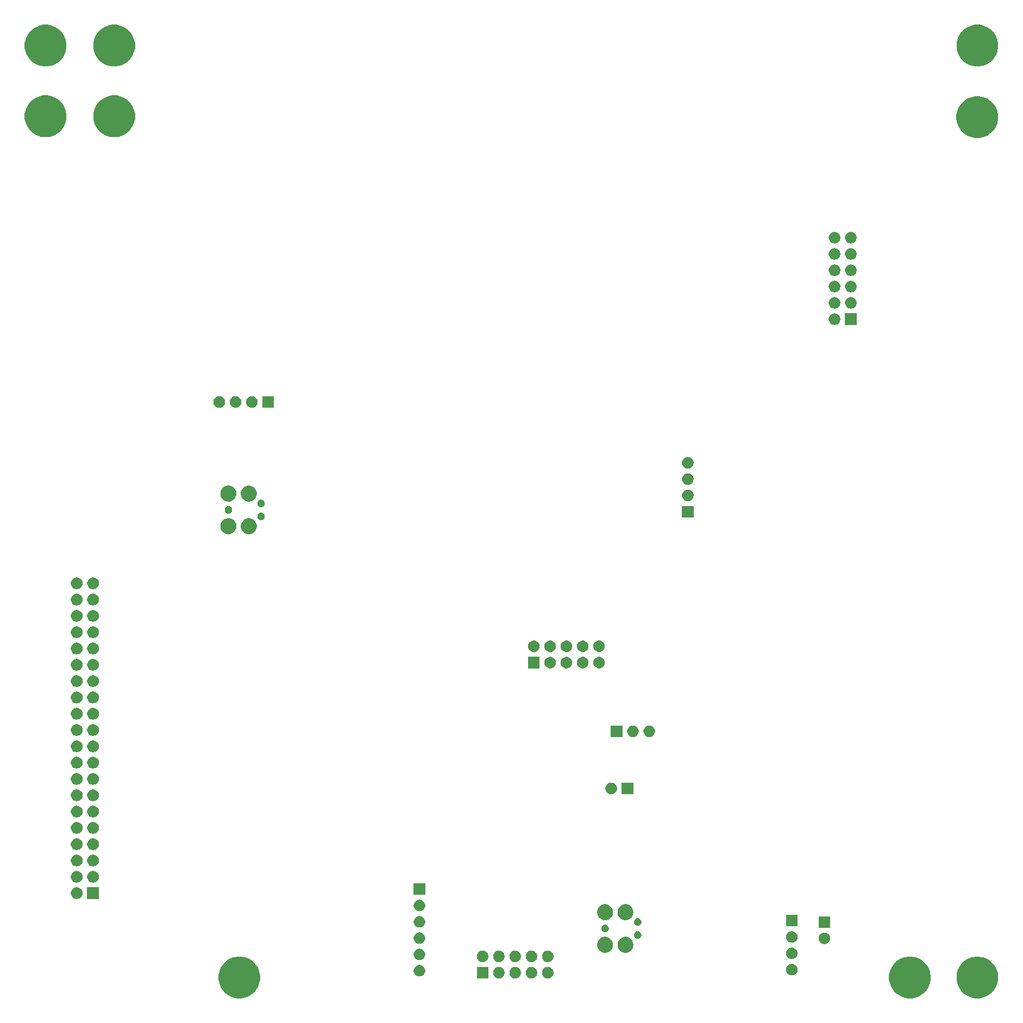
<source format=gbr>
G04 #@! TF.GenerationSoftware,KiCad,Pcbnew,(5.1.5)-3*
G04 #@! TF.CreationDate,2020-10-04T17:53:19+01:00*
G04 #@! TF.ProjectId,DC Controller STM32 v2,44432043-6f6e-4747-926f-6c6c65722053,rev?*
G04 #@! TF.SameCoordinates,Original*
G04 #@! TF.FileFunction,Soldermask,Bot*
G04 #@! TF.FilePolarity,Negative*
%FSLAX46Y46*%
G04 Gerber Fmt 4.6, Leading zero omitted, Abs format (unit mm)*
G04 Created by KiCad (PCBNEW (5.1.5)-3) date 2020-10-04 17:53:19*
%MOMM*%
%LPD*%
G04 APERTURE LIST*
%ADD10C,0.100000*%
G04 APERTURE END LIST*
D10*
G36*
X150144239Y7548533D02*
G01*
X150458282Y7486066D01*
X151049926Y7240999D01*
X151582392Y6885216D01*
X152035216Y6432392D01*
X152390999Y5899926D01*
X152636066Y5308282D01*
X152695148Y5011259D01*
X152755043Y4710147D01*
X152761000Y4680196D01*
X152761000Y4039804D01*
X152636066Y3411718D01*
X152390999Y2820074D01*
X152035216Y2287608D01*
X151582392Y1834784D01*
X151049926Y1479001D01*
X150458282Y1233934D01*
X150144239Y1171467D01*
X149830197Y1109000D01*
X149189803Y1109000D01*
X148875761Y1171467D01*
X148561718Y1233934D01*
X147970074Y1479001D01*
X147437608Y1834784D01*
X146984784Y2287608D01*
X146629001Y2820074D01*
X146383934Y3411718D01*
X146259000Y4039804D01*
X146259000Y4680196D01*
X146264958Y4710147D01*
X146324852Y5011259D01*
X146383934Y5308282D01*
X146629001Y5899926D01*
X146984784Y6432392D01*
X147437608Y6885216D01*
X147970074Y7240999D01*
X148561718Y7486066D01*
X148875761Y7548533D01*
X149189803Y7611000D01*
X149830197Y7611000D01*
X150144239Y7548533D01*
G37*
G36*
X139634239Y7548533D02*
G01*
X139948282Y7486066D01*
X140539926Y7240999D01*
X141072392Y6885216D01*
X141525216Y6432392D01*
X141880999Y5899926D01*
X142126066Y5308282D01*
X142185148Y5011259D01*
X142245043Y4710147D01*
X142251000Y4680196D01*
X142251000Y4039804D01*
X142126066Y3411718D01*
X141880999Y2820074D01*
X141525216Y2287608D01*
X141072392Y1834784D01*
X140539926Y1479001D01*
X139948282Y1233934D01*
X139634239Y1171467D01*
X139320197Y1109000D01*
X138679803Y1109000D01*
X138365761Y1171467D01*
X138051718Y1233934D01*
X137460074Y1479001D01*
X136927608Y1834784D01*
X136474784Y2287608D01*
X136119001Y2820074D01*
X135873934Y3411718D01*
X135749000Y4039804D01*
X135749000Y4680196D01*
X135754958Y4710147D01*
X135814852Y5011259D01*
X135873934Y5308282D01*
X136119001Y5899926D01*
X136474784Y6432392D01*
X136927608Y6885216D01*
X137460074Y7240999D01*
X138051718Y7486066D01*
X138365761Y7548533D01*
X138679803Y7611000D01*
X139320197Y7611000D01*
X139634239Y7548533D01*
G37*
G36*
X35134239Y7548533D02*
G01*
X35448282Y7486066D01*
X36039926Y7240999D01*
X36572392Y6885216D01*
X37025216Y6432392D01*
X37380999Y5899926D01*
X37626066Y5308282D01*
X37685148Y5011259D01*
X37745043Y4710147D01*
X37751000Y4680196D01*
X37751000Y4039804D01*
X37626066Y3411718D01*
X37380999Y2820074D01*
X37025216Y2287608D01*
X36572392Y1834784D01*
X36039926Y1479001D01*
X35448282Y1233934D01*
X35134239Y1171467D01*
X34820197Y1109000D01*
X34179803Y1109000D01*
X33865761Y1171467D01*
X33551718Y1233934D01*
X32960074Y1479001D01*
X32427608Y1834784D01*
X31974784Y2287608D01*
X31619001Y2820074D01*
X31373934Y3411718D01*
X31249000Y4039804D01*
X31249000Y4680196D01*
X31254958Y4710147D01*
X31314852Y5011259D01*
X31373934Y5308282D01*
X31619001Y5899926D01*
X31974784Y6432392D01*
X32427608Y6885216D01*
X32960074Y7240999D01*
X33551718Y7486066D01*
X33865761Y7548533D01*
X34179803Y7611000D01*
X34820197Y7611000D01*
X35134239Y7548533D01*
G37*
G36*
X75053512Y5996073D02*
G01*
X75202812Y5966376D01*
X75366784Y5898456D01*
X75514354Y5799853D01*
X75639853Y5674354D01*
X75738456Y5526784D01*
X75806376Y5362812D01*
X75841000Y5188741D01*
X75841000Y5011259D01*
X75806376Y4837188D01*
X75738456Y4673216D01*
X75639853Y4525646D01*
X75514354Y4400147D01*
X75366784Y4301544D01*
X75202812Y4233624D01*
X75053512Y4203927D01*
X75028742Y4199000D01*
X74851258Y4199000D01*
X74826488Y4203927D01*
X74677188Y4233624D01*
X74513216Y4301544D01*
X74365646Y4400147D01*
X74240147Y4525646D01*
X74141544Y4673216D01*
X74073624Y4837188D01*
X74039000Y5011259D01*
X74039000Y5188741D01*
X74073624Y5362812D01*
X74141544Y5526784D01*
X74240147Y5674354D01*
X74365646Y5799853D01*
X74513216Y5898456D01*
X74677188Y5966376D01*
X74826488Y5996073D01*
X74851258Y6001000D01*
X75028742Y6001000D01*
X75053512Y5996073D01*
G37*
G36*
X73301000Y4199000D02*
G01*
X71499000Y4199000D01*
X71499000Y6001000D01*
X73301000Y6001000D01*
X73301000Y4199000D01*
G37*
G36*
X82673512Y5996073D02*
G01*
X82822812Y5966376D01*
X82986784Y5898456D01*
X83134354Y5799853D01*
X83259853Y5674354D01*
X83358456Y5526784D01*
X83426376Y5362812D01*
X83461000Y5188741D01*
X83461000Y5011259D01*
X83426376Y4837188D01*
X83358456Y4673216D01*
X83259853Y4525646D01*
X83134354Y4400147D01*
X82986784Y4301544D01*
X82822812Y4233624D01*
X82673512Y4203927D01*
X82648742Y4199000D01*
X82471258Y4199000D01*
X82446488Y4203927D01*
X82297188Y4233624D01*
X82133216Y4301544D01*
X81985646Y4400147D01*
X81860147Y4525646D01*
X81761544Y4673216D01*
X81693624Y4837188D01*
X81659000Y5011259D01*
X81659000Y5188741D01*
X81693624Y5362812D01*
X81761544Y5526784D01*
X81860147Y5674354D01*
X81985646Y5799853D01*
X82133216Y5898456D01*
X82297188Y5966376D01*
X82446488Y5996073D01*
X82471258Y6001000D01*
X82648742Y6001000D01*
X82673512Y5996073D01*
G37*
G36*
X77593512Y5996073D02*
G01*
X77742812Y5966376D01*
X77906784Y5898456D01*
X78054354Y5799853D01*
X78179853Y5674354D01*
X78278456Y5526784D01*
X78346376Y5362812D01*
X78381000Y5188741D01*
X78381000Y5011259D01*
X78346376Y4837188D01*
X78278456Y4673216D01*
X78179853Y4525646D01*
X78054354Y4400147D01*
X77906784Y4301544D01*
X77742812Y4233624D01*
X77593512Y4203927D01*
X77568742Y4199000D01*
X77391258Y4199000D01*
X77366488Y4203927D01*
X77217188Y4233624D01*
X77053216Y4301544D01*
X76905646Y4400147D01*
X76780147Y4525646D01*
X76681544Y4673216D01*
X76613624Y4837188D01*
X76579000Y5011259D01*
X76579000Y5188741D01*
X76613624Y5362812D01*
X76681544Y5526784D01*
X76780147Y5674354D01*
X76905646Y5799853D01*
X77053216Y5898456D01*
X77217188Y5966376D01*
X77366488Y5996073D01*
X77391258Y6001000D01*
X77568742Y6001000D01*
X77593512Y5996073D01*
G37*
G36*
X80133512Y5996073D02*
G01*
X80282812Y5966376D01*
X80446784Y5898456D01*
X80594354Y5799853D01*
X80719853Y5674354D01*
X80818456Y5526784D01*
X80886376Y5362812D01*
X80921000Y5188741D01*
X80921000Y5011259D01*
X80886376Y4837188D01*
X80818456Y4673216D01*
X80719853Y4525646D01*
X80594354Y4400147D01*
X80446784Y4301544D01*
X80282812Y4233624D01*
X80133512Y4203927D01*
X80108742Y4199000D01*
X79931258Y4199000D01*
X79906488Y4203927D01*
X79757188Y4233624D01*
X79593216Y4301544D01*
X79445646Y4400147D01*
X79320147Y4525646D01*
X79221544Y4673216D01*
X79153624Y4837188D01*
X79119000Y5011259D01*
X79119000Y5188741D01*
X79153624Y5362812D01*
X79221544Y5526784D01*
X79320147Y5674354D01*
X79445646Y5799853D01*
X79593216Y5898456D01*
X79757188Y5966376D01*
X79906488Y5996073D01*
X79931258Y6001000D01*
X80108742Y6001000D01*
X80133512Y5996073D01*
G37*
G36*
X62673512Y6306073D02*
G01*
X62822812Y6276376D01*
X62986784Y6208456D01*
X63134354Y6109853D01*
X63259853Y5984354D01*
X63358456Y5836784D01*
X63426376Y5672812D01*
X63455422Y5526784D01*
X63461000Y5498742D01*
X63461000Y5321258D01*
X63460190Y5317188D01*
X63426376Y5147188D01*
X63358456Y4983216D01*
X63259853Y4835646D01*
X63134354Y4710147D01*
X62986784Y4611544D01*
X62822812Y4543624D01*
X62673512Y4513927D01*
X62648742Y4509000D01*
X62471258Y4509000D01*
X62446488Y4513927D01*
X62297188Y4543624D01*
X62133216Y4611544D01*
X61985646Y4710147D01*
X61860147Y4835646D01*
X61761544Y4983216D01*
X61693624Y5147188D01*
X61659810Y5317188D01*
X61659000Y5321258D01*
X61659000Y5498742D01*
X61664578Y5526784D01*
X61693624Y5672812D01*
X61761544Y5836784D01*
X61860147Y5984354D01*
X61985646Y6109853D01*
X62133216Y6208456D01*
X62297188Y6276376D01*
X62446488Y6306073D01*
X62471258Y6311000D01*
X62648742Y6311000D01*
X62673512Y6306073D01*
G37*
G36*
X120713512Y6476073D02*
G01*
X120862812Y6446376D01*
X121026784Y6378456D01*
X121174354Y6279853D01*
X121299853Y6154354D01*
X121398456Y6006784D01*
X121466376Y5842812D01*
X121496073Y5693512D01*
X121500191Y5672811D01*
X121501000Y5668741D01*
X121501000Y5491259D01*
X121466376Y5317188D01*
X121398456Y5153216D01*
X121299853Y5005646D01*
X121174354Y4880147D01*
X121026784Y4781544D01*
X120862812Y4713624D01*
X120713512Y4683927D01*
X120688742Y4679000D01*
X120511258Y4679000D01*
X120486488Y4683927D01*
X120337188Y4713624D01*
X120173216Y4781544D01*
X120025646Y4880147D01*
X119900147Y5005646D01*
X119801544Y5153216D01*
X119733624Y5317188D01*
X119699000Y5491259D01*
X119699000Y5668741D01*
X119699810Y5672811D01*
X119703927Y5693512D01*
X119733624Y5842812D01*
X119801544Y6006784D01*
X119900147Y6154354D01*
X120025646Y6279853D01*
X120173216Y6378456D01*
X120337188Y6446376D01*
X120486488Y6476073D01*
X120511258Y6481000D01*
X120688742Y6481000D01*
X120713512Y6476073D01*
G37*
G36*
X75053512Y8536073D02*
G01*
X75202812Y8506376D01*
X75366784Y8438456D01*
X75514354Y8339853D01*
X75639853Y8214354D01*
X75738456Y8066784D01*
X75806376Y7902812D01*
X75841000Y7728741D01*
X75841000Y7551259D01*
X75806376Y7377188D01*
X75738456Y7213216D01*
X75639853Y7065646D01*
X75514354Y6940147D01*
X75366784Y6841544D01*
X75202812Y6773624D01*
X75053512Y6743927D01*
X75028742Y6739000D01*
X74851258Y6739000D01*
X74826488Y6743927D01*
X74677188Y6773624D01*
X74513216Y6841544D01*
X74365646Y6940147D01*
X74240147Y7065646D01*
X74141544Y7213216D01*
X74073624Y7377188D01*
X74039000Y7551259D01*
X74039000Y7728741D01*
X74073624Y7902812D01*
X74141544Y8066784D01*
X74240147Y8214354D01*
X74365646Y8339853D01*
X74513216Y8438456D01*
X74677188Y8506376D01*
X74826488Y8536073D01*
X74851258Y8541000D01*
X75028742Y8541000D01*
X75053512Y8536073D01*
G37*
G36*
X77593512Y8536073D02*
G01*
X77742812Y8506376D01*
X77906784Y8438456D01*
X78054354Y8339853D01*
X78179853Y8214354D01*
X78278456Y8066784D01*
X78346376Y7902812D01*
X78381000Y7728741D01*
X78381000Y7551259D01*
X78346376Y7377188D01*
X78278456Y7213216D01*
X78179853Y7065646D01*
X78054354Y6940147D01*
X77906784Y6841544D01*
X77742812Y6773624D01*
X77593512Y6743927D01*
X77568742Y6739000D01*
X77391258Y6739000D01*
X77366488Y6743927D01*
X77217188Y6773624D01*
X77053216Y6841544D01*
X76905646Y6940147D01*
X76780147Y7065646D01*
X76681544Y7213216D01*
X76613624Y7377188D01*
X76579000Y7551259D01*
X76579000Y7728741D01*
X76613624Y7902812D01*
X76681544Y8066784D01*
X76780147Y8214354D01*
X76905646Y8339853D01*
X77053216Y8438456D01*
X77217188Y8506376D01*
X77366488Y8536073D01*
X77391258Y8541000D01*
X77568742Y8541000D01*
X77593512Y8536073D01*
G37*
G36*
X80133512Y8536073D02*
G01*
X80282812Y8506376D01*
X80446784Y8438456D01*
X80594354Y8339853D01*
X80719853Y8214354D01*
X80818456Y8066784D01*
X80886376Y7902812D01*
X80921000Y7728741D01*
X80921000Y7551259D01*
X80886376Y7377188D01*
X80818456Y7213216D01*
X80719853Y7065646D01*
X80594354Y6940147D01*
X80446784Y6841544D01*
X80282812Y6773624D01*
X80133512Y6743927D01*
X80108742Y6739000D01*
X79931258Y6739000D01*
X79906488Y6743927D01*
X79757188Y6773624D01*
X79593216Y6841544D01*
X79445646Y6940147D01*
X79320147Y7065646D01*
X79221544Y7213216D01*
X79153624Y7377188D01*
X79119000Y7551259D01*
X79119000Y7728741D01*
X79153624Y7902812D01*
X79221544Y8066784D01*
X79320147Y8214354D01*
X79445646Y8339853D01*
X79593216Y8438456D01*
X79757188Y8506376D01*
X79906488Y8536073D01*
X79931258Y8541000D01*
X80108742Y8541000D01*
X80133512Y8536073D01*
G37*
G36*
X82673512Y8536073D02*
G01*
X82822812Y8506376D01*
X82986784Y8438456D01*
X83134354Y8339853D01*
X83259853Y8214354D01*
X83358456Y8066784D01*
X83426376Y7902812D01*
X83461000Y7728741D01*
X83461000Y7551259D01*
X83426376Y7377188D01*
X83358456Y7213216D01*
X83259853Y7065646D01*
X83134354Y6940147D01*
X82986784Y6841544D01*
X82822812Y6773624D01*
X82673512Y6743927D01*
X82648742Y6739000D01*
X82471258Y6739000D01*
X82446488Y6743927D01*
X82297188Y6773624D01*
X82133216Y6841544D01*
X81985646Y6940147D01*
X81860147Y7065646D01*
X81761544Y7213216D01*
X81693624Y7377188D01*
X81659000Y7551259D01*
X81659000Y7728741D01*
X81693624Y7902812D01*
X81761544Y8066784D01*
X81860147Y8214354D01*
X81985646Y8339853D01*
X82133216Y8438456D01*
X82297188Y8506376D01*
X82446488Y8536073D01*
X82471258Y8541000D01*
X82648742Y8541000D01*
X82673512Y8536073D01*
G37*
G36*
X72513512Y8536073D02*
G01*
X72662812Y8506376D01*
X72826784Y8438456D01*
X72974354Y8339853D01*
X73099853Y8214354D01*
X73198456Y8066784D01*
X73266376Y7902812D01*
X73301000Y7728741D01*
X73301000Y7551259D01*
X73266376Y7377188D01*
X73198456Y7213216D01*
X73099853Y7065646D01*
X72974354Y6940147D01*
X72826784Y6841544D01*
X72662812Y6773624D01*
X72513512Y6743927D01*
X72488742Y6739000D01*
X72311258Y6739000D01*
X72286488Y6743927D01*
X72137188Y6773624D01*
X71973216Y6841544D01*
X71825646Y6940147D01*
X71700147Y7065646D01*
X71601544Y7213216D01*
X71533624Y7377188D01*
X71499000Y7551259D01*
X71499000Y7728741D01*
X71533624Y7902812D01*
X71601544Y8066784D01*
X71700147Y8214354D01*
X71825646Y8339853D01*
X71973216Y8438456D01*
X72137188Y8506376D01*
X72286488Y8536073D01*
X72311258Y8541000D01*
X72488742Y8541000D01*
X72513512Y8536073D01*
G37*
G36*
X62673512Y8846073D02*
G01*
X62822812Y8816376D01*
X62986784Y8748456D01*
X63134354Y8649853D01*
X63259853Y8524354D01*
X63358456Y8376784D01*
X63426376Y8212812D01*
X63455422Y8066784D01*
X63461000Y8038742D01*
X63461000Y7861258D01*
X63460190Y7857188D01*
X63426376Y7687188D01*
X63358456Y7523216D01*
X63259853Y7375646D01*
X63134354Y7250147D01*
X62986784Y7151544D01*
X62822812Y7083624D01*
X62673512Y7053927D01*
X62648742Y7049000D01*
X62471258Y7049000D01*
X62446488Y7053927D01*
X62297188Y7083624D01*
X62133216Y7151544D01*
X61985646Y7250147D01*
X61860147Y7375646D01*
X61761544Y7523216D01*
X61693624Y7687188D01*
X61659810Y7857188D01*
X61659000Y7861258D01*
X61659000Y8038742D01*
X61664578Y8066784D01*
X61693624Y8212812D01*
X61761544Y8376784D01*
X61860147Y8524354D01*
X61985646Y8649853D01*
X62133216Y8748456D01*
X62297188Y8816376D01*
X62446488Y8846073D01*
X62471258Y8851000D01*
X62648742Y8851000D01*
X62673512Y8846073D01*
G37*
G36*
X120713512Y9016073D02*
G01*
X120862812Y8986376D01*
X121026784Y8918456D01*
X121174354Y8819853D01*
X121299853Y8694354D01*
X121398456Y8546784D01*
X121466376Y8382812D01*
X121490200Y8263037D01*
X121500191Y8212811D01*
X121501000Y8208741D01*
X121501000Y8031259D01*
X121466376Y7857188D01*
X121398456Y7693216D01*
X121299853Y7545646D01*
X121174354Y7420147D01*
X121026784Y7321544D01*
X120862812Y7253624D01*
X120713512Y7223927D01*
X120688742Y7219000D01*
X120511258Y7219000D01*
X120486488Y7223927D01*
X120337188Y7253624D01*
X120173216Y7321544D01*
X120025646Y7420147D01*
X119900147Y7545646D01*
X119801544Y7693216D01*
X119733624Y7857188D01*
X119699000Y8031259D01*
X119699000Y8208741D01*
X119699810Y8212811D01*
X119709800Y8263037D01*
X119733624Y8382812D01*
X119801544Y8546784D01*
X119900147Y8694354D01*
X120025646Y8819853D01*
X120173216Y8918456D01*
X120337188Y8986376D01*
X120486488Y9016073D01*
X120511258Y9021000D01*
X120688742Y9021000D01*
X120713512Y9016073D01*
G37*
G36*
X95038094Y10656964D02*
G01*
X95264632Y10563128D01*
X95264634Y10563127D01*
X95468514Y10426899D01*
X95641899Y10253514D01*
X95778127Y10049634D01*
X95778128Y10049632D01*
X95871964Y9823094D01*
X95919800Y9582603D01*
X95919800Y9337397D01*
X95871964Y9096906D01*
X95826180Y8986375D01*
X95778127Y8870366D01*
X95641899Y8666486D01*
X95468514Y8493101D01*
X95264634Y8356873D01*
X95264633Y8356872D01*
X95264632Y8356872D01*
X95038094Y8263036D01*
X94797603Y8215200D01*
X94552397Y8215200D01*
X94311906Y8263036D01*
X94085368Y8356872D01*
X94085367Y8356872D01*
X94085366Y8356873D01*
X93881486Y8493101D01*
X93708101Y8666486D01*
X93571873Y8870366D01*
X93523820Y8986375D01*
X93478036Y9096906D01*
X93430200Y9337397D01*
X93430200Y9582603D01*
X93478036Y9823094D01*
X93571872Y10049632D01*
X93571873Y10049634D01*
X93708101Y10253514D01*
X93881486Y10426899D01*
X94085366Y10563127D01*
X94085368Y10563128D01*
X94311906Y10656964D01*
X94552397Y10704800D01*
X94797603Y10704800D01*
X95038094Y10656964D01*
G37*
G36*
X91863094Y10656964D02*
G01*
X92089632Y10563128D01*
X92089634Y10563127D01*
X92293514Y10426899D01*
X92466899Y10253514D01*
X92603127Y10049634D01*
X92603128Y10049632D01*
X92696964Y9823094D01*
X92744800Y9582603D01*
X92744800Y9337397D01*
X92696964Y9096906D01*
X92651180Y8986375D01*
X92603127Y8870366D01*
X92466899Y8666486D01*
X92293514Y8493101D01*
X92089634Y8356873D01*
X92089633Y8356872D01*
X92089632Y8356872D01*
X91863094Y8263036D01*
X91622603Y8215200D01*
X91377397Y8215200D01*
X91136906Y8263036D01*
X90910368Y8356872D01*
X90910367Y8356872D01*
X90910366Y8356873D01*
X90706486Y8493101D01*
X90533101Y8666486D01*
X90396873Y8870366D01*
X90348820Y8986375D01*
X90303036Y9096906D01*
X90255200Y9337397D01*
X90255200Y9582603D01*
X90303036Y9823094D01*
X90396872Y10049632D01*
X90396873Y10049634D01*
X90533101Y10253514D01*
X90706486Y10426899D01*
X90910366Y10563127D01*
X90910368Y10563128D01*
X91136906Y10656964D01*
X91377397Y10704800D01*
X91622603Y10704800D01*
X91863094Y10656964D01*
G37*
G36*
X125794508Y11359853D02*
G01*
X125962812Y11326376D01*
X126126784Y11258456D01*
X126274354Y11159853D01*
X126399853Y11034354D01*
X126498456Y10886784D01*
X126566376Y10722812D01*
X126601000Y10548741D01*
X126601000Y10371259D01*
X126566376Y10197188D01*
X126498456Y10033216D01*
X126399853Y9885646D01*
X126274354Y9760147D01*
X126126784Y9661544D01*
X125962812Y9593624D01*
X125813512Y9563927D01*
X125788742Y9559000D01*
X125611258Y9559000D01*
X125586488Y9563927D01*
X125437188Y9593624D01*
X125273216Y9661544D01*
X125125646Y9760147D01*
X125000147Y9885646D01*
X124901544Y10033216D01*
X124833624Y10197188D01*
X124799000Y10371259D01*
X124799000Y10548741D01*
X124833624Y10722812D01*
X124901544Y10886784D01*
X125000147Y11034354D01*
X125125646Y11159853D01*
X125273216Y11258456D01*
X125437188Y11326376D01*
X125605492Y11359853D01*
X125611258Y11361000D01*
X125788742Y11361000D01*
X125794508Y11359853D01*
G37*
G36*
X62673512Y11386073D02*
G01*
X62822812Y11356376D01*
X62986784Y11288456D01*
X63134354Y11189853D01*
X63259853Y11064354D01*
X63358456Y10916784D01*
X63426376Y10752812D01*
X63445441Y10656963D01*
X63461000Y10578742D01*
X63461000Y10401258D01*
X63460190Y10397188D01*
X63426376Y10227188D01*
X63358456Y10063216D01*
X63259853Y9915646D01*
X63134354Y9790147D01*
X62986784Y9691544D01*
X62822812Y9623624D01*
X62673512Y9593927D01*
X62648742Y9589000D01*
X62471258Y9589000D01*
X62446488Y9593927D01*
X62297188Y9623624D01*
X62133216Y9691544D01*
X61985646Y9790147D01*
X61860147Y9915646D01*
X61761544Y10063216D01*
X61693624Y10227188D01*
X61659810Y10397188D01*
X61659000Y10401258D01*
X61659000Y10578742D01*
X61674559Y10656963D01*
X61693624Y10752812D01*
X61761544Y10916784D01*
X61860147Y11064354D01*
X61985646Y11189853D01*
X62133216Y11288456D01*
X62297188Y11356376D01*
X62446488Y11386073D01*
X62471258Y11391000D01*
X62648742Y11391000D01*
X62673512Y11386073D01*
G37*
G36*
X120713512Y11556073D02*
G01*
X120862812Y11526376D01*
X121026784Y11458456D01*
X121174354Y11359853D01*
X121299853Y11234354D01*
X121398456Y11086784D01*
X121466376Y10922812D01*
X121488117Y10813508D01*
X121501000Y10748742D01*
X121501000Y10571258D01*
X121496521Y10548742D01*
X121466376Y10397188D01*
X121398456Y10233216D01*
X121299853Y10085646D01*
X121174354Y9960147D01*
X121026784Y9861544D01*
X120862812Y9793624D01*
X120713512Y9763927D01*
X120688742Y9759000D01*
X120511258Y9759000D01*
X120486488Y9763927D01*
X120337188Y9793624D01*
X120173216Y9861544D01*
X120025646Y9960147D01*
X119900147Y10085646D01*
X119801544Y10233216D01*
X119733624Y10397188D01*
X119703479Y10548742D01*
X119699000Y10571258D01*
X119699000Y10748742D01*
X119711883Y10813508D01*
X119733624Y10922812D01*
X119801544Y11086784D01*
X119900147Y11234354D01*
X120025646Y11359853D01*
X120173216Y11458456D01*
X120337188Y11526376D01*
X120486488Y11556073D01*
X120511258Y11561000D01*
X120688742Y11561000D01*
X120713512Y11556073D01*
G37*
G36*
X96750492Y11546038D02*
G01*
X96856864Y11501978D01*
X96856865Y11501977D01*
X96952597Y11438011D01*
X97034011Y11356597D01*
X97034159Y11356375D01*
X97097978Y11260864D01*
X97142038Y11154492D01*
X97164500Y11041568D01*
X97164500Y10926432D01*
X97142038Y10813508D01*
X97097978Y10707136D01*
X97097977Y10707135D01*
X97034011Y10611403D01*
X96952597Y10529989D01*
X96904405Y10497788D01*
X96856864Y10466022D01*
X96750492Y10421962D01*
X96637568Y10399500D01*
X96522432Y10399500D01*
X96409508Y10421962D01*
X96303136Y10466022D01*
X96255595Y10497788D01*
X96207403Y10529989D01*
X96125989Y10611403D01*
X96062023Y10707135D01*
X96062022Y10707136D01*
X96017962Y10813508D01*
X95995500Y10926432D01*
X95995500Y11041568D01*
X96017962Y11154492D01*
X96062022Y11260864D01*
X96125841Y11356375D01*
X96125989Y11356597D01*
X96207403Y11438011D01*
X96303135Y11501977D01*
X96303136Y11501978D01*
X96409508Y11546038D01*
X96522432Y11568500D01*
X96637568Y11568500D01*
X96750492Y11546038D01*
G37*
G36*
X91670492Y12562038D02*
G01*
X91776864Y12517978D01*
X91776865Y12517977D01*
X91872597Y12454011D01*
X91954011Y12372597D01*
X91954012Y12372595D01*
X92017978Y12276864D01*
X92062038Y12170492D01*
X92084500Y12057568D01*
X92084500Y11942432D01*
X92062038Y11829508D01*
X92017978Y11723136D01*
X92017977Y11723135D01*
X91954011Y11627403D01*
X91872597Y11545989D01*
X91824405Y11513788D01*
X91776864Y11482022D01*
X91670613Y11438012D01*
X91670492Y11437962D01*
X91557568Y11415500D01*
X91442432Y11415500D01*
X91329508Y11437962D01*
X91329387Y11438012D01*
X91223136Y11482022D01*
X91175595Y11513788D01*
X91127403Y11545989D01*
X91045989Y11627403D01*
X90982023Y11723135D01*
X90982022Y11723136D01*
X90937962Y11829508D01*
X90915500Y11942432D01*
X90915500Y12057568D01*
X90937962Y12170492D01*
X90982022Y12276864D01*
X91045988Y12372595D01*
X91045989Y12372597D01*
X91127403Y12454011D01*
X91223135Y12517977D01*
X91223136Y12517978D01*
X91329508Y12562038D01*
X91442432Y12584500D01*
X91557568Y12584500D01*
X91670492Y12562038D01*
G37*
G36*
X126601000Y12099000D02*
G01*
X124799000Y12099000D01*
X124799000Y13901000D01*
X126601000Y13901000D01*
X126601000Y12099000D01*
G37*
G36*
X62673512Y13926073D02*
G01*
X62822812Y13896376D01*
X62986784Y13828456D01*
X63134354Y13729853D01*
X63259853Y13604354D01*
X63358456Y13456784D01*
X63426376Y13292812D01*
X63461000Y13118741D01*
X63461000Y12941259D01*
X63426376Y12767188D01*
X63358456Y12603216D01*
X63259853Y12455646D01*
X63134354Y12330147D01*
X62986784Y12231544D01*
X62822812Y12163624D01*
X62673512Y12133927D01*
X62648742Y12129000D01*
X62471258Y12129000D01*
X62446488Y12133927D01*
X62297188Y12163624D01*
X62133216Y12231544D01*
X61985646Y12330147D01*
X61860147Y12455646D01*
X61761544Y12603216D01*
X61693624Y12767188D01*
X61659000Y12941259D01*
X61659000Y13118741D01*
X61693624Y13292812D01*
X61761544Y13456784D01*
X61860147Y13604354D01*
X61985646Y13729853D01*
X62133216Y13828456D01*
X62297188Y13896376D01*
X62446488Y13926073D01*
X62471258Y13931000D01*
X62648742Y13931000D01*
X62673512Y13926073D01*
G37*
G36*
X121501000Y12299000D02*
G01*
X119699000Y12299000D01*
X119699000Y14101000D01*
X121501000Y14101000D01*
X121501000Y12299000D01*
G37*
G36*
X96750492Y13578038D02*
G01*
X96856864Y13533978D01*
X96856865Y13533977D01*
X96952597Y13470011D01*
X97034011Y13388597D01*
X97034012Y13388595D01*
X97097978Y13292864D01*
X97142038Y13186492D01*
X97164500Y13073568D01*
X97164500Y12958432D01*
X97142038Y12845508D01*
X97097978Y12739136D01*
X97097977Y12739135D01*
X97034011Y12643403D01*
X96952597Y12561989D01*
X96904405Y12529788D01*
X96856864Y12498022D01*
X96750492Y12453962D01*
X96637568Y12431500D01*
X96522432Y12431500D01*
X96409508Y12453962D01*
X96303136Y12498022D01*
X96255595Y12529788D01*
X96207403Y12561989D01*
X96125989Y12643403D01*
X96062023Y12739135D01*
X96062022Y12739136D01*
X96017962Y12845508D01*
X95995500Y12958432D01*
X95995500Y13073568D01*
X96017962Y13186492D01*
X96062022Y13292864D01*
X96125988Y13388595D01*
X96125989Y13388597D01*
X96207403Y13470011D01*
X96303135Y13533977D01*
X96303136Y13533978D01*
X96409508Y13578038D01*
X96522432Y13600500D01*
X96637568Y13600500D01*
X96750492Y13578038D01*
G37*
G36*
X95038094Y15736964D02*
G01*
X95226939Y15658741D01*
X95264634Y15643127D01*
X95468514Y15506899D01*
X95641899Y15333514D01*
X95778127Y15129634D01*
X95778128Y15129632D01*
X95871964Y14903094D01*
X95919800Y14662603D01*
X95919800Y14417397D01*
X95871964Y14176906D01*
X95840522Y14101000D01*
X95778127Y13950366D01*
X95641899Y13746486D01*
X95468514Y13573101D01*
X95264634Y13436873D01*
X95264633Y13436872D01*
X95264632Y13436872D01*
X95038094Y13343036D01*
X94797603Y13295200D01*
X94552397Y13295200D01*
X94311906Y13343036D01*
X94085368Y13436872D01*
X94085367Y13436872D01*
X94085366Y13436873D01*
X93881486Y13573101D01*
X93708101Y13746486D01*
X93571873Y13950366D01*
X93509478Y14101000D01*
X93478036Y14176906D01*
X93430200Y14417397D01*
X93430200Y14662603D01*
X93478036Y14903094D01*
X93571872Y15129632D01*
X93571873Y15129634D01*
X93708101Y15333514D01*
X93881486Y15506899D01*
X94085366Y15643127D01*
X94123061Y15658741D01*
X94311906Y15736964D01*
X94552397Y15784800D01*
X94797603Y15784800D01*
X95038094Y15736964D01*
G37*
G36*
X91863094Y15736964D02*
G01*
X92051939Y15658741D01*
X92089634Y15643127D01*
X92293514Y15506899D01*
X92466899Y15333514D01*
X92603127Y15129634D01*
X92603128Y15129632D01*
X92696964Y14903094D01*
X92744800Y14662603D01*
X92744800Y14417397D01*
X92696964Y14176906D01*
X92665522Y14101000D01*
X92603127Y13950366D01*
X92466899Y13746486D01*
X92293514Y13573101D01*
X92089634Y13436873D01*
X92089633Y13436872D01*
X92089632Y13436872D01*
X91863094Y13343036D01*
X91622603Y13295200D01*
X91377397Y13295200D01*
X91136906Y13343036D01*
X90910368Y13436872D01*
X90910367Y13436872D01*
X90910366Y13436873D01*
X90706486Y13573101D01*
X90533101Y13746486D01*
X90396873Y13950366D01*
X90334478Y14101000D01*
X90303036Y14176906D01*
X90255200Y14417397D01*
X90255200Y14662603D01*
X90303036Y14903094D01*
X90396872Y15129632D01*
X90396873Y15129634D01*
X90533101Y15333514D01*
X90706486Y15506899D01*
X90910366Y15643127D01*
X90948061Y15658741D01*
X91136906Y15736964D01*
X91377397Y15784800D01*
X91622603Y15784800D01*
X91863094Y15736964D01*
G37*
G36*
X62673512Y16466073D02*
G01*
X62822812Y16436376D01*
X62986784Y16368456D01*
X63134354Y16269853D01*
X63259853Y16144354D01*
X63358456Y15996784D01*
X63426376Y15832812D01*
X63461000Y15658741D01*
X63461000Y15481259D01*
X63426376Y15307188D01*
X63358456Y15143216D01*
X63259853Y14995646D01*
X63134354Y14870147D01*
X62986784Y14771544D01*
X62822812Y14703624D01*
X62673512Y14673927D01*
X62648742Y14669000D01*
X62471258Y14669000D01*
X62446488Y14673927D01*
X62297188Y14703624D01*
X62133216Y14771544D01*
X61985646Y14870147D01*
X61860147Y14995646D01*
X61761544Y15143216D01*
X61693624Y15307188D01*
X61659000Y15481259D01*
X61659000Y15658741D01*
X61693624Y15832812D01*
X61761544Y15996784D01*
X61860147Y16144354D01*
X61985646Y16269853D01*
X62133216Y16368456D01*
X62297188Y16436376D01*
X62446488Y16466073D01*
X62471258Y16471000D01*
X62648742Y16471000D01*
X62673512Y16466073D01*
G37*
G36*
X12614600Y16585400D02*
G01*
X10785400Y16585400D01*
X10785400Y18414600D01*
X12614600Y18414600D01*
X12614600Y16585400D01*
G37*
G36*
X9426778Y18379453D02*
G01*
X9593224Y18310509D01*
X9743022Y18210417D01*
X9870417Y18083022D01*
X9970509Y17933224D01*
X10039453Y17766778D01*
X10074600Y17590082D01*
X10074600Y17409918D01*
X10039453Y17233222D01*
X9970509Y17066776D01*
X9870417Y16916978D01*
X9743022Y16789583D01*
X9593224Y16689491D01*
X9426778Y16620547D01*
X9250082Y16585400D01*
X9069918Y16585400D01*
X8893222Y16620547D01*
X8726776Y16689491D01*
X8576978Y16789583D01*
X8449583Y16916978D01*
X8349491Y17066776D01*
X8280547Y17233222D01*
X8245400Y17409918D01*
X8245400Y17590082D01*
X8280547Y17766778D01*
X8349491Y17933224D01*
X8449583Y18083022D01*
X8576978Y18210417D01*
X8726776Y18310509D01*
X8893222Y18379453D01*
X9069918Y18414600D01*
X9250082Y18414600D01*
X9426778Y18379453D01*
G37*
G36*
X63461000Y17209000D02*
G01*
X61659000Y17209000D01*
X61659000Y19011000D01*
X63461000Y19011000D01*
X63461000Y17209000D01*
G37*
G36*
X9426778Y20919453D02*
G01*
X9593224Y20850509D01*
X9743022Y20750417D01*
X9870417Y20623022D01*
X9970509Y20473224D01*
X10039453Y20306778D01*
X10074600Y20130082D01*
X10074600Y19949918D01*
X10039453Y19773222D01*
X9970509Y19606776D01*
X9870417Y19456978D01*
X9743022Y19329583D01*
X9593224Y19229491D01*
X9426778Y19160547D01*
X9250082Y19125400D01*
X9069918Y19125400D01*
X8893222Y19160547D01*
X8726776Y19229491D01*
X8576978Y19329583D01*
X8449583Y19456978D01*
X8349491Y19606776D01*
X8280547Y19773222D01*
X8245400Y19949918D01*
X8245400Y20130082D01*
X8280547Y20306778D01*
X8349491Y20473224D01*
X8449583Y20623022D01*
X8576978Y20750417D01*
X8726776Y20850509D01*
X8893222Y20919453D01*
X9069918Y20954600D01*
X9250082Y20954600D01*
X9426778Y20919453D01*
G37*
G36*
X11966778Y20919453D02*
G01*
X12133224Y20850509D01*
X12283022Y20750417D01*
X12410417Y20623022D01*
X12510509Y20473224D01*
X12579453Y20306778D01*
X12614600Y20130082D01*
X12614600Y19949918D01*
X12579453Y19773222D01*
X12510509Y19606776D01*
X12410417Y19456978D01*
X12283022Y19329583D01*
X12133224Y19229491D01*
X11966778Y19160547D01*
X11790082Y19125400D01*
X11609918Y19125400D01*
X11433222Y19160547D01*
X11266776Y19229491D01*
X11116978Y19329583D01*
X10989583Y19456978D01*
X10889491Y19606776D01*
X10820547Y19773222D01*
X10785400Y19949918D01*
X10785400Y20130082D01*
X10820547Y20306778D01*
X10889491Y20473224D01*
X10989583Y20623022D01*
X11116978Y20750417D01*
X11266776Y20850509D01*
X11433222Y20919453D01*
X11609918Y20954600D01*
X11790082Y20954600D01*
X11966778Y20919453D01*
G37*
G36*
X11966778Y23459453D02*
G01*
X12133224Y23390509D01*
X12283022Y23290417D01*
X12410417Y23163022D01*
X12510509Y23013224D01*
X12579453Y22846778D01*
X12614600Y22670082D01*
X12614600Y22489918D01*
X12579453Y22313222D01*
X12510509Y22146776D01*
X12410417Y21996978D01*
X12283022Y21869583D01*
X12133224Y21769491D01*
X11966778Y21700547D01*
X11790082Y21665400D01*
X11609918Y21665400D01*
X11433222Y21700547D01*
X11266776Y21769491D01*
X11116978Y21869583D01*
X10989583Y21996978D01*
X10889491Y22146776D01*
X10820547Y22313222D01*
X10785400Y22489918D01*
X10785400Y22670082D01*
X10820547Y22846778D01*
X10889491Y23013224D01*
X10989583Y23163022D01*
X11116978Y23290417D01*
X11266776Y23390509D01*
X11433222Y23459453D01*
X11609918Y23494600D01*
X11790082Y23494600D01*
X11966778Y23459453D01*
G37*
G36*
X9426778Y23459453D02*
G01*
X9593224Y23390509D01*
X9743022Y23290417D01*
X9870417Y23163022D01*
X9970509Y23013224D01*
X10039453Y22846778D01*
X10074600Y22670082D01*
X10074600Y22489918D01*
X10039453Y22313222D01*
X9970509Y22146776D01*
X9870417Y21996978D01*
X9743022Y21869583D01*
X9593224Y21769491D01*
X9426778Y21700547D01*
X9250082Y21665400D01*
X9069918Y21665400D01*
X8893222Y21700547D01*
X8726776Y21769491D01*
X8576978Y21869583D01*
X8449583Y21996978D01*
X8349491Y22146776D01*
X8280547Y22313222D01*
X8245400Y22489918D01*
X8245400Y22670082D01*
X8280547Y22846778D01*
X8349491Y23013224D01*
X8449583Y23163022D01*
X8576978Y23290417D01*
X8726776Y23390509D01*
X8893222Y23459453D01*
X9069918Y23494600D01*
X9250082Y23494600D01*
X9426778Y23459453D01*
G37*
G36*
X11966778Y25999453D02*
G01*
X12133224Y25930509D01*
X12283022Y25830417D01*
X12410417Y25703022D01*
X12510509Y25553224D01*
X12579453Y25386778D01*
X12614600Y25210082D01*
X12614600Y25029918D01*
X12579453Y24853222D01*
X12510509Y24686776D01*
X12410417Y24536978D01*
X12283022Y24409583D01*
X12133224Y24309491D01*
X11966778Y24240547D01*
X11790082Y24205400D01*
X11609918Y24205400D01*
X11433222Y24240547D01*
X11266776Y24309491D01*
X11116978Y24409583D01*
X10989583Y24536978D01*
X10889491Y24686776D01*
X10820547Y24853222D01*
X10785400Y25029918D01*
X10785400Y25210082D01*
X10820547Y25386778D01*
X10889491Y25553224D01*
X10989583Y25703022D01*
X11116978Y25830417D01*
X11266776Y25930509D01*
X11433222Y25999453D01*
X11609918Y26034600D01*
X11790082Y26034600D01*
X11966778Y25999453D01*
G37*
G36*
X9426778Y25999453D02*
G01*
X9593224Y25930509D01*
X9743022Y25830417D01*
X9870417Y25703022D01*
X9970509Y25553224D01*
X10039453Y25386778D01*
X10074600Y25210082D01*
X10074600Y25029918D01*
X10039453Y24853222D01*
X9970509Y24686776D01*
X9870417Y24536978D01*
X9743022Y24409583D01*
X9593224Y24309491D01*
X9426778Y24240547D01*
X9250082Y24205400D01*
X9069918Y24205400D01*
X8893222Y24240547D01*
X8726776Y24309491D01*
X8576978Y24409583D01*
X8449583Y24536978D01*
X8349491Y24686776D01*
X8280547Y24853222D01*
X8245400Y25029918D01*
X8245400Y25210082D01*
X8280547Y25386778D01*
X8349491Y25553224D01*
X8449583Y25703022D01*
X8576978Y25830417D01*
X8726776Y25930509D01*
X8893222Y25999453D01*
X9069918Y26034600D01*
X9250082Y26034600D01*
X9426778Y25999453D01*
G37*
G36*
X11966778Y28539453D02*
G01*
X12133224Y28470509D01*
X12283022Y28370417D01*
X12410417Y28243022D01*
X12510509Y28093224D01*
X12579453Y27926778D01*
X12614600Y27750082D01*
X12614600Y27569918D01*
X12579453Y27393222D01*
X12510509Y27226776D01*
X12410417Y27076978D01*
X12283022Y26949583D01*
X12133224Y26849491D01*
X11966778Y26780547D01*
X11790082Y26745400D01*
X11609918Y26745400D01*
X11433222Y26780547D01*
X11266776Y26849491D01*
X11116978Y26949583D01*
X10989583Y27076978D01*
X10889491Y27226776D01*
X10820547Y27393222D01*
X10785400Y27569918D01*
X10785400Y27750082D01*
X10820547Y27926778D01*
X10889491Y28093224D01*
X10989583Y28243022D01*
X11116978Y28370417D01*
X11266776Y28470509D01*
X11433222Y28539453D01*
X11609918Y28574600D01*
X11790082Y28574600D01*
X11966778Y28539453D01*
G37*
G36*
X9426778Y28539453D02*
G01*
X9593224Y28470509D01*
X9743022Y28370417D01*
X9870417Y28243022D01*
X9970509Y28093224D01*
X10039453Y27926778D01*
X10074600Y27750082D01*
X10074600Y27569918D01*
X10039453Y27393222D01*
X9970509Y27226776D01*
X9870417Y27076978D01*
X9743022Y26949583D01*
X9593224Y26849491D01*
X9426778Y26780547D01*
X9250082Y26745400D01*
X9069918Y26745400D01*
X8893222Y26780547D01*
X8726776Y26849491D01*
X8576978Y26949583D01*
X8449583Y27076978D01*
X8349491Y27226776D01*
X8280547Y27393222D01*
X8245400Y27569918D01*
X8245400Y27750082D01*
X8280547Y27926778D01*
X8349491Y28093224D01*
X8449583Y28243022D01*
X8576978Y28370417D01*
X8726776Y28470509D01*
X8893222Y28539453D01*
X9069918Y28574600D01*
X9250082Y28574600D01*
X9426778Y28539453D01*
G37*
G36*
X11966778Y31079453D02*
G01*
X12133224Y31010509D01*
X12283022Y30910417D01*
X12410417Y30783022D01*
X12510509Y30633224D01*
X12579453Y30466778D01*
X12614600Y30290082D01*
X12614600Y30109918D01*
X12579453Y29933222D01*
X12510509Y29766776D01*
X12410417Y29616978D01*
X12283022Y29489583D01*
X12133224Y29389491D01*
X11966778Y29320547D01*
X11790082Y29285400D01*
X11609918Y29285400D01*
X11433222Y29320547D01*
X11266776Y29389491D01*
X11116978Y29489583D01*
X10989583Y29616978D01*
X10889491Y29766776D01*
X10820547Y29933222D01*
X10785400Y30109918D01*
X10785400Y30290082D01*
X10820547Y30466778D01*
X10889491Y30633224D01*
X10989583Y30783022D01*
X11116978Y30910417D01*
X11266776Y31010509D01*
X11433222Y31079453D01*
X11609918Y31114600D01*
X11790082Y31114600D01*
X11966778Y31079453D01*
G37*
G36*
X9426778Y31079453D02*
G01*
X9593224Y31010509D01*
X9743022Y30910417D01*
X9870417Y30783022D01*
X9970509Y30633224D01*
X10039453Y30466778D01*
X10074600Y30290082D01*
X10074600Y30109918D01*
X10039453Y29933222D01*
X9970509Y29766776D01*
X9870417Y29616978D01*
X9743022Y29489583D01*
X9593224Y29389491D01*
X9426778Y29320547D01*
X9250082Y29285400D01*
X9069918Y29285400D01*
X8893222Y29320547D01*
X8726776Y29389491D01*
X8576978Y29489583D01*
X8449583Y29616978D01*
X8349491Y29766776D01*
X8280547Y29933222D01*
X8245400Y30109918D01*
X8245400Y30290082D01*
X8280547Y30466778D01*
X8349491Y30633224D01*
X8449583Y30783022D01*
X8576978Y30910417D01*
X8726776Y31010509D01*
X8893222Y31079453D01*
X9069918Y31114600D01*
X9250082Y31114600D01*
X9426778Y31079453D01*
G37*
G36*
X11966778Y33619453D02*
G01*
X12133224Y33550509D01*
X12283022Y33450417D01*
X12410417Y33323022D01*
X12510509Y33173224D01*
X12579453Y33006778D01*
X12614600Y32830082D01*
X12614600Y32649918D01*
X12579453Y32473222D01*
X12510509Y32306776D01*
X12410417Y32156978D01*
X12283022Y32029583D01*
X12133224Y31929491D01*
X11966778Y31860547D01*
X11790082Y31825400D01*
X11609918Y31825400D01*
X11433222Y31860547D01*
X11266776Y31929491D01*
X11116978Y32029583D01*
X10989583Y32156978D01*
X10889491Y32306776D01*
X10820547Y32473222D01*
X10785400Y32649918D01*
X10785400Y32830082D01*
X10820547Y33006778D01*
X10889491Y33173224D01*
X10989583Y33323022D01*
X11116978Y33450417D01*
X11266776Y33550509D01*
X11433222Y33619453D01*
X11609918Y33654600D01*
X11790082Y33654600D01*
X11966778Y33619453D01*
G37*
G36*
X9426778Y33619453D02*
G01*
X9593224Y33550509D01*
X9743022Y33450417D01*
X9870417Y33323022D01*
X9970509Y33173224D01*
X10039453Y33006778D01*
X10074600Y32830082D01*
X10074600Y32649918D01*
X10039453Y32473222D01*
X9970509Y32306776D01*
X9870417Y32156978D01*
X9743022Y32029583D01*
X9593224Y31929491D01*
X9426778Y31860547D01*
X9250082Y31825400D01*
X9069918Y31825400D01*
X8893222Y31860547D01*
X8726776Y31929491D01*
X8576978Y32029583D01*
X8449583Y32156978D01*
X8349491Y32306776D01*
X8280547Y32473222D01*
X8245400Y32649918D01*
X8245400Y32830082D01*
X8280547Y33006778D01*
X8349491Y33173224D01*
X8449583Y33323022D01*
X8576978Y33450417D01*
X8726776Y33550509D01*
X8893222Y33619453D01*
X9069918Y33654600D01*
X9250082Y33654600D01*
X9426778Y33619453D01*
G37*
G36*
X95901000Y32899000D02*
G01*
X94099000Y32899000D01*
X94099000Y34701000D01*
X95901000Y34701000D01*
X95901000Y32899000D01*
G37*
G36*
X92573512Y34696073D02*
G01*
X92722812Y34666376D01*
X92886784Y34598456D01*
X93034354Y34499853D01*
X93159853Y34374354D01*
X93258456Y34226784D01*
X93326376Y34062812D01*
X93361000Y33888741D01*
X93361000Y33711259D01*
X93326376Y33537188D01*
X93258456Y33373216D01*
X93159853Y33225646D01*
X93034354Y33100147D01*
X92886784Y33001544D01*
X92722812Y32933624D01*
X92573512Y32903927D01*
X92548742Y32899000D01*
X92371258Y32899000D01*
X92346488Y32903927D01*
X92197188Y32933624D01*
X92033216Y33001544D01*
X91885646Y33100147D01*
X91760147Y33225646D01*
X91661544Y33373216D01*
X91593624Y33537188D01*
X91559000Y33711259D01*
X91559000Y33888741D01*
X91593624Y34062812D01*
X91661544Y34226784D01*
X91760147Y34374354D01*
X91885646Y34499853D01*
X92033216Y34598456D01*
X92197188Y34666376D01*
X92346488Y34696073D01*
X92371258Y34701000D01*
X92548742Y34701000D01*
X92573512Y34696073D01*
G37*
G36*
X9426778Y36159453D02*
G01*
X9593224Y36090509D01*
X9743022Y35990417D01*
X9870417Y35863022D01*
X9970509Y35713224D01*
X10039453Y35546778D01*
X10074600Y35370082D01*
X10074600Y35189918D01*
X10039453Y35013222D01*
X9970509Y34846776D01*
X9870417Y34696978D01*
X9743022Y34569583D01*
X9593224Y34469491D01*
X9426778Y34400547D01*
X9250082Y34365400D01*
X9069918Y34365400D01*
X8893222Y34400547D01*
X8726776Y34469491D01*
X8576978Y34569583D01*
X8449583Y34696978D01*
X8349491Y34846776D01*
X8280547Y35013222D01*
X8245400Y35189918D01*
X8245400Y35370082D01*
X8280547Y35546778D01*
X8349491Y35713224D01*
X8449583Y35863022D01*
X8576978Y35990417D01*
X8726776Y36090509D01*
X8893222Y36159453D01*
X9069918Y36194600D01*
X9250082Y36194600D01*
X9426778Y36159453D01*
G37*
G36*
X11966778Y36159453D02*
G01*
X12133224Y36090509D01*
X12283022Y35990417D01*
X12410417Y35863022D01*
X12510509Y35713224D01*
X12579453Y35546778D01*
X12614600Y35370082D01*
X12614600Y35189918D01*
X12579453Y35013222D01*
X12510509Y34846776D01*
X12410417Y34696978D01*
X12283022Y34569583D01*
X12133224Y34469491D01*
X11966778Y34400547D01*
X11790082Y34365400D01*
X11609918Y34365400D01*
X11433222Y34400547D01*
X11266776Y34469491D01*
X11116978Y34569583D01*
X10989583Y34696978D01*
X10889491Y34846776D01*
X10820547Y35013222D01*
X10785400Y35189918D01*
X10785400Y35370082D01*
X10820547Y35546778D01*
X10889491Y35713224D01*
X10989583Y35863022D01*
X11116978Y35990417D01*
X11266776Y36090509D01*
X11433222Y36159453D01*
X11609918Y36194600D01*
X11790082Y36194600D01*
X11966778Y36159453D01*
G37*
G36*
X11966778Y38699453D02*
G01*
X12133224Y38630509D01*
X12283022Y38530417D01*
X12410417Y38403022D01*
X12510509Y38253224D01*
X12579453Y38086778D01*
X12614600Y37910082D01*
X12614600Y37729918D01*
X12579453Y37553222D01*
X12510509Y37386776D01*
X12410417Y37236978D01*
X12283022Y37109583D01*
X12133224Y37009491D01*
X11966778Y36940547D01*
X11790082Y36905400D01*
X11609918Y36905400D01*
X11433222Y36940547D01*
X11266776Y37009491D01*
X11116978Y37109583D01*
X10989583Y37236978D01*
X10889491Y37386776D01*
X10820547Y37553222D01*
X10785400Y37729918D01*
X10785400Y37910082D01*
X10820547Y38086778D01*
X10889491Y38253224D01*
X10989583Y38403022D01*
X11116978Y38530417D01*
X11266776Y38630509D01*
X11433222Y38699453D01*
X11609918Y38734600D01*
X11790082Y38734600D01*
X11966778Y38699453D01*
G37*
G36*
X9426778Y38699453D02*
G01*
X9593224Y38630509D01*
X9743022Y38530417D01*
X9870417Y38403022D01*
X9970509Y38253224D01*
X10039453Y38086778D01*
X10074600Y37910082D01*
X10074600Y37729918D01*
X10039453Y37553222D01*
X9970509Y37386776D01*
X9870417Y37236978D01*
X9743022Y37109583D01*
X9593224Y37009491D01*
X9426778Y36940547D01*
X9250082Y36905400D01*
X9069918Y36905400D01*
X8893222Y36940547D01*
X8726776Y37009491D01*
X8576978Y37109583D01*
X8449583Y37236978D01*
X8349491Y37386776D01*
X8280547Y37553222D01*
X8245400Y37729918D01*
X8245400Y37910082D01*
X8280547Y38086778D01*
X8349491Y38253224D01*
X8449583Y38403022D01*
X8576978Y38530417D01*
X8726776Y38630509D01*
X8893222Y38699453D01*
X9069918Y38734600D01*
X9250082Y38734600D01*
X9426778Y38699453D01*
G37*
G36*
X9426778Y41239453D02*
G01*
X9593224Y41170509D01*
X9743022Y41070417D01*
X9870417Y40943022D01*
X9970509Y40793224D01*
X10039453Y40626778D01*
X10074600Y40450082D01*
X10074600Y40269918D01*
X10039453Y40093222D01*
X9970509Y39926776D01*
X9870417Y39776978D01*
X9743022Y39649583D01*
X9593224Y39549491D01*
X9426778Y39480547D01*
X9250082Y39445400D01*
X9069918Y39445400D01*
X8893222Y39480547D01*
X8726776Y39549491D01*
X8576978Y39649583D01*
X8449583Y39776978D01*
X8349491Y39926776D01*
X8280547Y40093222D01*
X8245400Y40269918D01*
X8245400Y40450082D01*
X8280547Y40626778D01*
X8349491Y40793224D01*
X8449583Y40943022D01*
X8576978Y41070417D01*
X8726776Y41170509D01*
X8893222Y41239453D01*
X9069918Y41274600D01*
X9250082Y41274600D01*
X9426778Y41239453D01*
G37*
G36*
X11966778Y41239453D02*
G01*
X12133224Y41170509D01*
X12283022Y41070417D01*
X12410417Y40943022D01*
X12510509Y40793224D01*
X12579453Y40626778D01*
X12614600Y40450082D01*
X12614600Y40269918D01*
X12579453Y40093222D01*
X12510509Y39926776D01*
X12410417Y39776978D01*
X12283022Y39649583D01*
X12133224Y39549491D01*
X11966778Y39480547D01*
X11790082Y39445400D01*
X11609918Y39445400D01*
X11433222Y39480547D01*
X11266776Y39549491D01*
X11116978Y39649583D01*
X10989583Y39776978D01*
X10889491Y39926776D01*
X10820547Y40093222D01*
X10785400Y40269918D01*
X10785400Y40450082D01*
X10820547Y40626778D01*
X10889491Y40793224D01*
X10989583Y40943022D01*
X11116978Y41070417D01*
X11266776Y41170509D01*
X11433222Y41239453D01*
X11609918Y41274600D01*
X11790082Y41274600D01*
X11966778Y41239453D01*
G37*
G36*
X94201000Y41799000D02*
G01*
X92399000Y41799000D01*
X92399000Y43601000D01*
X94201000Y43601000D01*
X94201000Y41799000D01*
G37*
G36*
X98493512Y43596073D02*
G01*
X98642812Y43566376D01*
X98806784Y43498456D01*
X98954354Y43399853D01*
X99079853Y43274354D01*
X99178456Y43126784D01*
X99246376Y42962812D01*
X99281000Y42788741D01*
X99281000Y42611259D01*
X99246376Y42437188D01*
X99178456Y42273216D01*
X99079853Y42125646D01*
X98954354Y42000147D01*
X98806784Y41901544D01*
X98642812Y41833624D01*
X98493512Y41803927D01*
X98468742Y41799000D01*
X98291258Y41799000D01*
X98266488Y41803927D01*
X98117188Y41833624D01*
X97953216Y41901544D01*
X97805646Y42000147D01*
X97680147Y42125646D01*
X97581544Y42273216D01*
X97513624Y42437188D01*
X97479000Y42611259D01*
X97479000Y42788741D01*
X97513624Y42962812D01*
X97581544Y43126784D01*
X97680147Y43274354D01*
X97805646Y43399853D01*
X97953216Y43498456D01*
X98117188Y43566376D01*
X98266488Y43596073D01*
X98291258Y43601000D01*
X98468742Y43601000D01*
X98493512Y43596073D01*
G37*
G36*
X95953512Y43596073D02*
G01*
X96102812Y43566376D01*
X96266784Y43498456D01*
X96414354Y43399853D01*
X96539853Y43274354D01*
X96638456Y43126784D01*
X96706376Y42962812D01*
X96741000Y42788741D01*
X96741000Y42611259D01*
X96706376Y42437188D01*
X96638456Y42273216D01*
X96539853Y42125646D01*
X96414354Y42000147D01*
X96266784Y41901544D01*
X96102812Y41833624D01*
X95953512Y41803927D01*
X95928742Y41799000D01*
X95751258Y41799000D01*
X95726488Y41803927D01*
X95577188Y41833624D01*
X95413216Y41901544D01*
X95265646Y42000147D01*
X95140147Y42125646D01*
X95041544Y42273216D01*
X94973624Y42437188D01*
X94939000Y42611259D01*
X94939000Y42788741D01*
X94973624Y42962812D01*
X95041544Y43126784D01*
X95140147Y43274354D01*
X95265646Y43399853D01*
X95413216Y43498456D01*
X95577188Y43566376D01*
X95726488Y43596073D01*
X95751258Y43601000D01*
X95928742Y43601000D01*
X95953512Y43596073D01*
G37*
G36*
X11966778Y43779453D02*
G01*
X12133224Y43710509D01*
X12283022Y43610417D01*
X12410417Y43483022D01*
X12510509Y43333224D01*
X12579453Y43166778D01*
X12614600Y42990082D01*
X12614600Y42809918D01*
X12579453Y42633222D01*
X12510509Y42466776D01*
X12410417Y42316978D01*
X12283022Y42189583D01*
X12133224Y42089491D01*
X11966778Y42020547D01*
X11790082Y41985400D01*
X11609918Y41985400D01*
X11433222Y42020547D01*
X11266776Y42089491D01*
X11116978Y42189583D01*
X10989583Y42316978D01*
X10889491Y42466776D01*
X10820547Y42633222D01*
X10785400Y42809918D01*
X10785400Y42990082D01*
X10820547Y43166778D01*
X10889491Y43333224D01*
X10989583Y43483022D01*
X11116978Y43610417D01*
X11266776Y43710509D01*
X11433222Y43779453D01*
X11609918Y43814600D01*
X11790082Y43814600D01*
X11966778Y43779453D01*
G37*
G36*
X9426778Y43779453D02*
G01*
X9593224Y43710509D01*
X9743022Y43610417D01*
X9870417Y43483022D01*
X9970509Y43333224D01*
X10039453Y43166778D01*
X10074600Y42990082D01*
X10074600Y42809918D01*
X10039453Y42633222D01*
X9970509Y42466776D01*
X9870417Y42316978D01*
X9743022Y42189583D01*
X9593224Y42089491D01*
X9426778Y42020547D01*
X9250082Y41985400D01*
X9069918Y41985400D01*
X8893222Y42020547D01*
X8726776Y42089491D01*
X8576978Y42189583D01*
X8449583Y42316978D01*
X8349491Y42466776D01*
X8280547Y42633222D01*
X8245400Y42809918D01*
X8245400Y42990082D01*
X8280547Y43166778D01*
X8349491Y43333224D01*
X8449583Y43483022D01*
X8576978Y43610417D01*
X8726776Y43710509D01*
X8893222Y43779453D01*
X9069918Y43814600D01*
X9250082Y43814600D01*
X9426778Y43779453D01*
G37*
G36*
X11966778Y46319453D02*
G01*
X12133224Y46250509D01*
X12283022Y46150417D01*
X12410417Y46023022D01*
X12510509Y45873224D01*
X12579453Y45706778D01*
X12614600Y45530082D01*
X12614600Y45349918D01*
X12579453Y45173222D01*
X12510509Y45006776D01*
X12410417Y44856978D01*
X12283022Y44729583D01*
X12133224Y44629491D01*
X11966778Y44560547D01*
X11790082Y44525400D01*
X11609918Y44525400D01*
X11433222Y44560547D01*
X11266776Y44629491D01*
X11116978Y44729583D01*
X10989583Y44856978D01*
X10889491Y45006776D01*
X10820547Y45173222D01*
X10785400Y45349918D01*
X10785400Y45530082D01*
X10820547Y45706778D01*
X10889491Y45873224D01*
X10989583Y46023022D01*
X11116978Y46150417D01*
X11266776Y46250509D01*
X11433222Y46319453D01*
X11609918Y46354600D01*
X11790082Y46354600D01*
X11966778Y46319453D01*
G37*
G36*
X9426778Y46319453D02*
G01*
X9593224Y46250509D01*
X9743022Y46150417D01*
X9870417Y46023022D01*
X9970509Y45873224D01*
X10039453Y45706778D01*
X10074600Y45530082D01*
X10074600Y45349918D01*
X10039453Y45173222D01*
X9970509Y45006776D01*
X9870417Y44856978D01*
X9743022Y44729583D01*
X9593224Y44629491D01*
X9426778Y44560547D01*
X9250082Y44525400D01*
X9069918Y44525400D01*
X8893222Y44560547D01*
X8726776Y44629491D01*
X8576978Y44729583D01*
X8449583Y44856978D01*
X8349491Y45006776D01*
X8280547Y45173222D01*
X8245400Y45349918D01*
X8245400Y45530082D01*
X8280547Y45706778D01*
X8349491Y45873224D01*
X8449583Y46023022D01*
X8576978Y46150417D01*
X8726776Y46250509D01*
X8893222Y46319453D01*
X9069918Y46354600D01*
X9250082Y46354600D01*
X9426778Y46319453D01*
G37*
G36*
X11966778Y48859453D02*
G01*
X12133224Y48790509D01*
X12283022Y48690417D01*
X12410417Y48563022D01*
X12510509Y48413224D01*
X12579453Y48246778D01*
X12614600Y48070082D01*
X12614600Y47889918D01*
X12579453Y47713222D01*
X12510509Y47546776D01*
X12410417Y47396978D01*
X12283022Y47269583D01*
X12133224Y47169491D01*
X11966778Y47100547D01*
X11790082Y47065400D01*
X11609918Y47065400D01*
X11433222Y47100547D01*
X11266776Y47169491D01*
X11116978Y47269583D01*
X10989583Y47396978D01*
X10889491Y47546776D01*
X10820547Y47713222D01*
X10785400Y47889918D01*
X10785400Y48070082D01*
X10820547Y48246778D01*
X10889491Y48413224D01*
X10989583Y48563022D01*
X11116978Y48690417D01*
X11266776Y48790509D01*
X11433222Y48859453D01*
X11609918Y48894600D01*
X11790082Y48894600D01*
X11966778Y48859453D01*
G37*
G36*
X9426778Y48859453D02*
G01*
X9593224Y48790509D01*
X9743022Y48690417D01*
X9870417Y48563022D01*
X9970509Y48413224D01*
X10039453Y48246778D01*
X10074600Y48070082D01*
X10074600Y47889918D01*
X10039453Y47713222D01*
X9970509Y47546776D01*
X9870417Y47396978D01*
X9743022Y47269583D01*
X9593224Y47169491D01*
X9426778Y47100547D01*
X9250082Y47065400D01*
X9069918Y47065400D01*
X8893222Y47100547D01*
X8726776Y47169491D01*
X8576978Y47269583D01*
X8449583Y47396978D01*
X8349491Y47546776D01*
X8280547Y47713222D01*
X8245400Y47889918D01*
X8245400Y48070082D01*
X8280547Y48246778D01*
X8349491Y48413224D01*
X8449583Y48563022D01*
X8576978Y48690417D01*
X8726776Y48790509D01*
X8893222Y48859453D01*
X9069918Y48894600D01*
X9250082Y48894600D01*
X9426778Y48859453D01*
G37*
G36*
X11966778Y51399453D02*
G01*
X12133224Y51330509D01*
X12283022Y51230417D01*
X12410417Y51103022D01*
X12510509Y50953224D01*
X12579453Y50786778D01*
X12614600Y50610082D01*
X12614600Y50429918D01*
X12579453Y50253222D01*
X12510509Y50086776D01*
X12410417Y49936978D01*
X12283022Y49809583D01*
X12133224Y49709491D01*
X11966778Y49640547D01*
X11790082Y49605400D01*
X11609918Y49605400D01*
X11433222Y49640547D01*
X11266776Y49709491D01*
X11116978Y49809583D01*
X10989583Y49936978D01*
X10889491Y50086776D01*
X10820547Y50253222D01*
X10785400Y50429918D01*
X10785400Y50610082D01*
X10820547Y50786778D01*
X10889491Y50953224D01*
X10989583Y51103022D01*
X11116978Y51230417D01*
X11266776Y51330509D01*
X11433222Y51399453D01*
X11609918Y51434600D01*
X11790082Y51434600D01*
X11966778Y51399453D01*
G37*
G36*
X9426778Y51399453D02*
G01*
X9593224Y51330509D01*
X9743022Y51230417D01*
X9870417Y51103022D01*
X9970509Y50953224D01*
X10039453Y50786778D01*
X10074600Y50610082D01*
X10074600Y50429918D01*
X10039453Y50253222D01*
X9970509Y50086776D01*
X9870417Y49936978D01*
X9743022Y49809583D01*
X9593224Y49709491D01*
X9426778Y49640547D01*
X9250082Y49605400D01*
X9069918Y49605400D01*
X8893222Y49640547D01*
X8726776Y49709491D01*
X8576978Y49809583D01*
X8449583Y49936978D01*
X8349491Y50086776D01*
X8280547Y50253222D01*
X8245400Y50429918D01*
X8245400Y50610082D01*
X8280547Y50786778D01*
X8349491Y50953224D01*
X8449583Y51103022D01*
X8576978Y51230417D01*
X8726776Y51330509D01*
X8893222Y51399453D01*
X9069918Y51434600D01*
X9250082Y51434600D01*
X9426778Y51399453D01*
G37*
G36*
X9426778Y53939453D02*
G01*
X9593224Y53870509D01*
X9743022Y53770417D01*
X9870417Y53643022D01*
X9970509Y53493224D01*
X10039453Y53326778D01*
X10074600Y53150082D01*
X10074600Y52969918D01*
X10039453Y52793222D01*
X9970509Y52626776D01*
X9870417Y52476978D01*
X9743022Y52349583D01*
X9593224Y52249491D01*
X9426778Y52180547D01*
X9250082Y52145400D01*
X9069918Y52145400D01*
X8893222Y52180547D01*
X8726776Y52249491D01*
X8576978Y52349583D01*
X8449583Y52476978D01*
X8349491Y52626776D01*
X8280547Y52793222D01*
X8245400Y52969918D01*
X8245400Y53150082D01*
X8280547Y53326778D01*
X8349491Y53493224D01*
X8449583Y53643022D01*
X8576978Y53770417D01*
X8726776Y53870509D01*
X8893222Y53939453D01*
X9069918Y53974600D01*
X9250082Y53974600D01*
X9426778Y53939453D01*
G37*
G36*
X11966778Y53939453D02*
G01*
X12133224Y53870509D01*
X12283022Y53770417D01*
X12410417Y53643022D01*
X12510509Y53493224D01*
X12579453Y53326778D01*
X12614600Y53150082D01*
X12614600Y52969918D01*
X12579453Y52793222D01*
X12510509Y52626776D01*
X12410417Y52476978D01*
X12283022Y52349583D01*
X12133224Y52249491D01*
X11966778Y52180547D01*
X11790082Y52145400D01*
X11609918Y52145400D01*
X11433222Y52180547D01*
X11266776Y52249491D01*
X11116978Y52349583D01*
X10989583Y52476978D01*
X10889491Y52626776D01*
X10820547Y52793222D01*
X10785400Y52969918D01*
X10785400Y53150082D01*
X10820547Y53326778D01*
X10889491Y53493224D01*
X10989583Y53643022D01*
X11116978Y53770417D01*
X11266776Y53870509D01*
X11433222Y53939453D01*
X11609918Y53974600D01*
X11790082Y53974600D01*
X11966778Y53939453D01*
G37*
G36*
X83053512Y54296073D02*
G01*
X83202812Y54266376D01*
X83366784Y54198456D01*
X83514354Y54099853D01*
X83639853Y53974354D01*
X83738456Y53826784D01*
X83806376Y53662812D01*
X83841000Y53488741D01*
X83841000Y53311259D01*
X83806376Y53137188D01*
X83738456Y52973216D01*
X83639853Y52825646D01*
X83514354Y52700147D01*
X83366784Y52601544D01*
X83202812Y52533624D01*
X83053512Y52503927D01*
X83028742Y52499000D01*
X82851258Y52499000D01*
X82826488Y52503927D01*
X82677188Y52533624D01*
X82513216Y52601544D01*
X82365646Y52700147D01*
X82240147Y52825646D01*
X82141544Y52973216D01*
X82073624Y53137188D01*
X82039000Y53311259D01*
X82039000Y53488741D01*
X82073624Y53662812D01*
X82141544Y53826784D01*
X82240147Y53974354D01*
X82365646Y54099853D01*
X82513216Y54198456D01*
X82677188Y54266376D01*
X82826488Y54296073D01*
X82851258Y54301000D01*
X83028742Y54301000D01*
X83053512Y54296073D01*
G37*
G36*
X85593512Y54296073D02*
G01*
X85742812Y54266376D01*
X85906784Y54198456D01*
X86054354Y54099853D01*
X86179853Y53974354D01*
X86278456Y53826784D01*
X86346376Y53662812D01*
X86381000Y53488741D01*
X86381000Y53311259D01*
X86346376Y53137188D01*
X86278456Y52973216D01*
X86179853Y52825646D01*
X86054354Y52700147D01*
X85906784Y52601544D01*
X85742812Y52533624D01*
X85593512Y52503927D01*
X85568742Y52499000D01*
X85391258Y52499000D01*
X85366488Y52503927D01*
X85217188Y52533624D01*
X85053216Y52601544D01*
X84905646Y52700147D01*
X84780147Y52825646D01*
X84681544Y52973216D01*
X84613624Y53137188D01*
X84579000Y53311259D01*
X84579000Y53488741D01*
X84613624Y53662812D01*
X84681544Y53826784D01*
X84780147Y53974354D01*
X84905646Y54099853D01*
X85053216Y54198456D01*
X85217188Y54266376D01*
X85366488Y54296073D01*
X85391258Y54301000D01*
X85568742Y54301000D01*
X85593512Y54296073D01*
G37*
G36*
X88133512Y54296073D02*
G01*
X88282812Y54266376D01*
X88446784Y54198456D01*
X88594354Y54099853D01*
X88719853Y53974354D01*
X88818456Y53826784D01*
X88886376Y53662812D01*
X88921000Y53488741D01*
X88921000Y53311259D01*
X88886376Y53137188D01*
X88818456Y52973216D01*
X88719853Y52825646D01*
X88594354Y52700147D01*
X88446784Y52601544D01*
X88282812Y52533624D01*
X88133512Y52503927D01*
X88108742Y52499000D01*
X87931258Y52499000D01*
X87906488Y52503927D01*
X87757188Y52533624D01*
X87593216Y52601544D01*
X87445646Y52700147D01*
X87320147Y52825646D01*
X87221544Y52973216D01*
X87153624Y53137188D01*
X87119000Y53311259D01*
X87119000Y53488741D01*
X87153624Y53662812D01*
X87221544Y53826784D01*
X87320147Y53974354D01*
X87445646Y54099853D01*
X87593216Y54198456D01*
X87757188Y54266376D01*
X87906488Y54296073D01*
X87931258Y54301000D01*
X88108742Y54301000D01*
X88133512Y54296073D01*
G37*
G36*
X90673512Y54296073D02*
G01*
X90822812Y54266376D01*
X90986784Y54198456D01*
X91134354Y54099853D01*
X91259853Y53974354D01*
X91358456Y53826784D01*
X91426376Y53662812D01*
X91461000Y53488741D01*
X91461000Y53311259D01*
X91426376Y53137188D01*
X91358456Y52973216D01*
X91259853Y52825646D01*
X91134354Y52700147D01*
X90986784Y52601544D01*
X90822812Y52533624D01*
X90673512Y52503927D01*
X90648742Y52499000D01*
X90471258Y52499000D01*
X90446488Y52503927D01*
X90297188Y52533624D01*
X90133216Y52601544D01*
X89985646Y52700147D01*
X89860147Y52825646D01*
X89761544Y52973216D01*
X89693624Y53137188D01*
X89659000Y53311259D01*
X89659000Y53488741D01*
X89693624Y53662812D01*
X89761544Y53826784D01*
X89860147Y53974354D01*
X89985646Y54099853D01*
X90133216Y54198456D01*
X90297188Y54266376D01*
X90446488Y54296073D01*
X90471258Y54301000D01*
X90648742Y54301000D01*
X90673512Y54296073D01*
G37*
G36*
X81301000Y52499000D02*
G01*
X79499000Y52499000D01*
X79499000Y54301000D01*
X81301000Y54301000D01*
X81301000Y52499000D01*
G37*
G36*
X9426778Y56479453D02*
G01*
X9593224Y56410509D01*
X9743022Y56310417D01*
X9870417Y56183022D01*
X9970509Y56033224D01*
X10039453Y55866778D01*
X10074600Y55690082D01*
X10074600Y55509918D01*
X10039453Y55333222D01*
X9970509Y55166776D01*
X9870417Y55016978D01*
X9743022Y54889583D01*
X9593224Y54789491D01*
X9426778Y54720547D01*
X9250082Y54685400D01*
X9069918Y54685400D01*
X8893222Y54720547D01*
X8726776Y54789491D01*
X8576978Y54889583D01*
X8449583Y55016978D01*
X8349491Y55166776D01*
X8280547Y55333222D01*
X8245400Y55509918D01*
X8245400Y55690082D01*
X8280547Y55866778D01*
X8349491Y56033224D01*
X8449583Y56183022D01*
X8576978Y56310417D01*
X8726776Y56410509D01*
X8893222Y56479453D01*
X9069918Y56514600D01*
X9250082Y56514600D01*
X9426778Y56479453D01*
G37*
G36*
X11966778Y56479453D02*
G01*
X12133224Y56410509D01*
X12283022Y56310417D01*
X12410417Y56183022D01*
X12510509Y56033224D01*
X12579453Y55866778D01*
X12614600Y55690082D01*
X12614600Y55509918D01*
X12579453Y55333222D01*
X12510509Y55166776D01*
X12410417Y55016978D01*
X12283022Y54889583D01*
X12133224Y54789491D01*
X11966778Y54720547D01*
X11790082Y54685400D01*
X11609918Y54685400D01*
X11433222Y54720547D01*
X11266776Y54789491D01*
X11116978Y54889583D01*
X10989583Y55016978D01*
X10889491Y55166776D01*
X10820547Y55333222D01*
X10785400Y55509918D01*
X10785400Y55690082D01*
X10820547Y55866778D01*
X10889491Y56033224D01*
X10989583Y56183022D01*
X11116978Y56310417D01*
X11266776Y56410509D01*
X11433222Y56479453D01*
X11609918Y56514600D01*
X11790082Y56514600D01*
X11966778Y56479453D01*
G37*
G36*
X88133512Y56836073D02*
G01*
X88282812Y56806376D01*
X88446784Y56738456D01*
X88594354Y56639853D01*
X88719853Y56514354D01*
X88818456Y56366784D01*
X88886376Y56202812D01*
X88921000Y56028741D01*
X88921000Y55851259D01*
X88886376Y55677188D01*
X88818456Y55513216D01*
X88719853Y55365646D01*
X88594354Y55240147D01*
X88446784Y55141544D01*
X88282812Y55073624D01*
X88133512Y55043927D01*
X88108742Y55039000D01*
X87931258Y55039000D01*
X87906488Y55043927D01*
X87757188Y55073624D01*
X87593216Y55141544D01*
X87445646Y55240147D01*
X87320147Y55365646D01*
X87221544Y55513216D01*
X87153624Y55677188D01*
X87119000Y55851259D01*
X87119000Y56028741D01*
X87153624Y56202812D01*
X87221544Y56366784D01*
X87320147Y56514354D01*
X87445646Y56639853D01*
X87593216Y56738456D01*
X87757188Y56806376D01*
X87906488Y56836073D01*
X87931258Y56841000D01*
X88108742Y56841000D01*
X88133512Y56836073D01*
G37*
G36*
X83053512Y56836073D02*
G01*
X83202812Y56806376D01*
X83366784Y56738456D01*
X83514354Y56639853D01*
X83639853Y56514354D01*
X83738456Y56366784D01*
X83806376Y56202812D01*
X83841000Y56028741D01*
X83841000Y55851259D01*
X83806376Y55677188D01*
X83738456Y55513216D01*
X83639853Y55365646D01*
X83514354Y55240147D01*
X83366784Y55141544D01*
X83202812Y55073624D01*
X83053512Y55043927D01*
X83028742Y55039000D01*
X82851258Y55039000D01*
X82826488Y55043927D01*
X82677188Y55073624D01*
X82513216Y55141544D01*
X82365646Y55240147D01*
X82240147Y55365646D01*
X82141544Y55513216D01*
X82073624Y55677188D01*
X82039000Y55851259D01*
X82039000Y56028741D01*
X82073624Y56202812D01*
X82141544Y56366784D01*
X82240147Y56514354D01*
X82365646Y56639853D01*
X82513216Y56738456D01*
X82677188Y56806376D01*
X82826488Y56836073D01*
X82851258Y56841000D01*
X83028742Y56841000D01*
X83053512Y56836073D01*
G37*
G36*
X80513512Y56836073D02*
G01*
X80662812Y56806376D01*
X80826784Y56738456D01*
X80974354Y56639853D01*
X81099853Y56514354D01*
X81198456Y56366784D01*
X81266376Y56202812D01*
X81301000Y56028741D01*
X81301000Y55851259D01*
X81266376Y55677188D01*
X81198456Y55513216D01*
X81099853Y55365646D01*
X80974354Y55240147D01*
X80826784Y55141544D01*
X80662812Y55073624D01*
X80513512Y55043927D01*
X80488742Y55039000D01*
X80311258Y55039000D01*
X80286488Y55043927D01*
X80137188Y55073624D01*
X79973216Y55141544D01*
X79825646Y55240147D01*
X79700147Y55365646D01*
X79601544Y55513216D01*
X79533624Y55677188D01*
X79499000Y55851259D01*
X79499000Y56028741D01*
X79533624Y56202812D01*
X79601544Y56366784D01*
X79700147Y56514354D01*
X79825646Y56639853D01*
X79973216Y56738456D01*
X80137188Y56806376D01*
X80286488Y56836073D01*
X80311258Y56841000D01*
X80488742Y56841000D01*
X80513512Y56836073D01*
G37*
G36*
X90673512Y56836073D02*
G01*
X90822812Y56806376D01*
X90986784Y56738456D01*
X91134354Y56639853D01*
X91259853Y56514354D01*
X91358456Y56366784D01*
X91426376Y56202812D01*
X91461000Y56028741D01*
X91461000Y55851259D01*
X91426376Y55677188D01*
X91358456Y55513216D01*
X91259853Y55365646D01*
X91134354Y55240147D01*
X90986784Y55141544D01*
X90822812Y55073624D01*
X90673512Y55043927D01*
X90648742Y55039000D01*
X90471258Y55039000D01*
X90446488Y55043927D01*
X90297188Y55073624D01*
X90133216Y55141544D01*
X89985646Y55240147D01*
X89860147Y55365646D01*
X89761544Y55513216D01*
X89693624Y55677188D01*
X89659000Y55851259D01*
X89659000Y56028741D01*
X89693624Y56202812D01*
X89761544Y56366784D01*
X89860147Y56514354D01*
X89985646Y56639853D01*
X90133216Y56738456D01*
X90297188Y56806376D01*
X90446488Y56836073D01*
X90471258Y56841000D01*
X90648742Y56841000D01*
X90673512Y56836073D01*
G37*
G36*
X85593512Y56836073D02*
G01*
X85742812Y56806376D01*
X85906784Y56738456D01*
X86054354Y56639853D01*
X86179853Y56514354D01*
X86278456Y56366784D01*
X86346376Y56202812D01*
X86381000Y56028741D01*
X86381000Y55851259D01*
X86346376Y55677188D01*
X86278456Y55513216D01*
X86179853Y55365646D01*
X86054354Y55240147D01*
X85906784Y55141544D01*
X85742812Y55073624D01*
X85593512Y55043927D01*
X85568742Y55039000D01*
X85391258Y55039000D01*
X85366488Y55043927D01*
X85217188Y55073624D01*
X85053216Y55141544D01*
X84905646Y55240147D01*
X84780147Y55365646D01*
X84681544Y55513216D01*
X84613624Y55677188D01*
X84579000Y55851259D01*
X84579000Y56028741D01*
X84613624Y56202812D01*
X84681544Y56366784D01*
X84780147Y56514354D01*
X84905646Y56639853D01*
X85053216Y56738456D01*
X85217188Y56806376D01*
X85366488Y56836073D01*
X85391258Y56841000D01*
X85568742Y56841000D01*
X85593512Y56836073D01*
G37*
G36*
X11966778Y59019453D02*
G01*
X12133224Y58950509D01*
X12283022Y58850417D01*
X12410417Y58723022D01*
X12510509Y58573224D01*
X12579453Y58406778D01*
X12614600Y58230082D01*
X12614600Y58049918D01*
X12579453Y57873222D01*
X12510509Y57706776D01*
X12410417Y57556978D01*
X12283022Y57429583D01*
X12133224Y57329491D01*
X11966778Y57260547D01*
X11790082Y57225400D01*
X11609918Y57225400D01*
X11433222Y57260547D01*
X11266776Y57329491D01*
X11116978Y57429583D01*
X10989583Y57556978D01*
X10889491Y57706776D01*
X10820547Y57873222D01*
X10785400Y58049918D01*
X10785400Y58230082D01*
X10820547Y58406778D01*
X10889491Y58573224D01*
X10989583Y58723022D01*
X11116978Y58850417D01*
X11266776Y58950509D01*
X11433222Y59019453D01*
X11609918Y59054600D01*
X11790082Y59054600D01*
X11966778Y59019453D01*
G37*
G36*
X9426778Y59019453D02*
G01*
X9593224Y58950509D01*
X9743022Y58850417D01*
X9870417Y58723022D01*
X9970509Y58573224D01*
X10039453Y58406778D01*
X10074600Y58230082D01*
X10074600Y58049918D01*
X10039453Y57873222D01*
X9970509Y57706776D01*
X9870417Y57556978D01*
X9743022Y57429583D01*
X9593224Y57329491D01*
X9426778Y57260547D01*
X9250082Y57225400D01*
X9069918Y57225400D01*
X8893222Y57260547D01*
X8726776Y57329491D01*
X8576978Y57429583D01*
X8449583Y57556978D01*
X8349491Y57706776D01*
X8280547Y57873222D01*
X8245400Y58049918D01*
X8245400Y58230082D01*
X8280547Y58406778D01*
X8349491Y58573224D01*
X8449583Y58723022D01*
X8576978Y58850417D01*
X8726776Y58950509D01*
X8893222Y59019453D01*
X9069918Y59054600D01*
X9250082Y59054600D01*
X9426778Y59019453D01*
G37*
G36*
X11966778Y61559453D02*
G01*
X12133224Y61490509D01*
X12283022Y61390417D01*
X12410417Y61263022D01*
X12510509Y61113224D01*
X12579453Y60946778D01*
X12614600Y60770082D01*
X12614600Y60589918D01*
X12579453Y60413222D01*
X12510509Y60246776D01*
X12410417Y60096978D01*
X12283022Y59969583D01*
X12133224Y59869491D01*
X11966778Y59800547D01*
X11790082Y59765400D01*
X11609918Y59765400D01*
X11433222Y59800547D01*
X11266776Y59869491D01*
X11116978Y59969583D01*
X10989583Y60096978D01*
X10889491Y60246776D01*
X10820547Y60413222D01*
X10785400Y60589918D01*
X10785400Y60770082D01*
X10820547Y60946778D01*
X10889491Y61113224D01*
X10989583Y61263022D01*
X11116978Y61390417D01*
X11266776Y61490509D01*
X11433222Y61559453D01*
X11609918Y61594600D01*
X11790082Y61594600D01*
X11966778Y61559453D01*
G37*
G36*
X9426778Y61559453D02*
G01*
X9593224Y61490509D01*
X9743022Y61390417D01*
X9870417Y61263022D01*
X9970509Y61113224D01*
X10039453Y60946778D01*
X10074600Y60770082D01*
X10074600Y60589918D01*
X10039453Y60413222D01*
X9970509Y60246776D01*
X9870417Y60096978D01*
X9743022Y59969583D01*
X9593224Y59869491D01*
X9426778Y59800547D01*
X9250082Y59765400D01*
X9069918Y59765400D01*
X8893222Y59800547D01*
X8726776Y59869491D01*
X8576978Y59969583D01*
X8449583Y60096978D01*
X8349491Y60246776D01*
X8280547Y60413222D01*
X8245400Y60589918D01*
X8245400Y60770082D01*
X8280547Y60946778D01*
X8349491Y61113224D01*
X8449583Y61263022D01*
X8576978Y61390417D01*
X8726776Y61490509D01*
X8893222Y61559453D01*
X9069918Y61594600D01*
X9250082Y61594600D01*
X9426778Y61559453D01*
G37*
G36*
X9426778Y64099453D02*
G01*
X9593224Y64030509D01*
X9743022Y63930417D01*
X9870417Y63803022D01*
X9970509Y63653224D01*
X10039453Y63486778D01*
X10074600Y63310082D01*
X10074600Y63129918D01*
X10039453Y62953222D01*
X9970509Y62786776D01*
X9870417Y62636978D01*
X9743022Y62509583D01*
X9593224Y62409491D01*
X9426778Y62340547D01*
X9250082Y62305400D01*
X9069918Y62305400D01*
X8893222Y62340547D01*
X8726776Y62409491D01*
X8576978Y62509583D01*
X8449583Y62636978D01*
X8349491Y62786776D01*
X8280547Y62953222D01*
X8245400Y63129918D01*
X8245400Y63310082D01*
X8280547Y63486778D01*
X8349491Y63653224D01*
X8449583Y63803022D01*
X8576978Y63930417D01*
X8726776Y64030509D01*
X8893222Y64099453D01*
X9069918Y64134600D01*
X9250082Y64134600D01*
X9426778Y64099453D01*
G37*
G36*
X11966778Y64099453D02*
G01*
X12133224Y64030509D01*
X12283022Y63930417D01*
X12410417Y63803022D01*
X12510509Y63653224D01*
X12579453Y63486778D01*
X12614600Y63310082D01*
X12614600Y63129918D01*
X12579453Y62953222D01*
X12510509Y62786776D01*
X12410417Y62636978D01*
X12283022Y62509583D01*
X12133224Y62409491D01*
X11966778Y62340547D01*
X11790082Y62305400D01*
X11609918Y62305400D01*
X11433222Y62340547D01*
X11266776Y62409491D01*
X11116978Y62509583D01*
X10989583Y62636978D01*
X10889491Y62786776D01*
X10820547Y62953222D01*
X10785400Y63129918D01*
X10785400Y63310082D01*
X10820547Y63486778D01*
X10889491Y63653224D01*
X10989583Y63803022D01*
X11116978Y63930417D01*
X11266776Y64030509D01*
X11433222Y64099453D01*
X11609918Y64134600D01*
X11790082Y64134600D01*
X11966778Y64099453D01*
G37*
G36*
X11966778Y66639453D02*
G01*
X12133224Y66570509D01*
X12283022Y66470417D01*
X12410417Y66343022D01*
X12510509Y66193224D01*
X12579453Y66026778D01*
X12614600Y65850082D01*
X12614600Y65669918D01*
X12579453Y65493222D01*
X12510509Y65326776D01*
X12410417Y65176978D01*
X12283022Y65049583D01*
X12133224Y64949491D01*
X11966778Y64880547D01*
X11790082Y64845400D01*
X11609918Y64845400D01*
X11433222Y64880547D01*
X11266776Y64949491D01*
X11116978Y65049583D01*
X10989583Y65176978D01*
X10889491Y65326776D01*
X10820547Y65493222D01*
X10785400Y65669918D01*
X10785400Y65850082D01*
X10820547Y66026778D01*
X10889491Y66193224D01*
X10989583Y66343022D01*
X11116978Y66470417D01*
X11266776Y66570509D01*
X11433222Y66639453D01*
X11609918Y66674600D01*
X11790082Y66674600D01*
X11966778Y66639453D01*
G37*
G36*
X9426778Y66639453D02*
G01*
X9593224Y66570509D01*
X9743022Y66470417D01*
X9870417Y66343022D01*
X9970509Y66193224D01*
X10039453Y66026778D01*
X10074600Y65850082D01*
X10074600Y65669918D01*
X10039453Y65493222D01*
X9970509Y65326776D01*
X9870417Y65176978D01*
X9743022Y65049583D01*
X9593224Y64949491D01*
X9426778Y64880547D01*
X9250082Y64845400D01*
X9069918Y64845400D01*
X8893222Y64880547D01*
X8726776Y64949491D01*
X8576978Y65049583D01*
X8449583Y65176978D01*
X8349491Y65326776D01*
X8280547Y65493222D01*
X8245400Y65669918D01*
X8245400Y65850082D01*
X8280547Y66026778D01*
X8349491Y66193224D01*
X8449583Y66343022D01*
X8576978Y66470417D01*
X8726776Y66570509D01*
X8893222Y66639453D01*
X9069918Y66674600D01*
X9250082Y66674600D01*
X9426778Y66639453D01*
G37*
G36*
X36338094Y75856964D02*
G01*
X36564632Y75763128D01*
X36564634Y75763127D01*
X36768514Y75626899D01*
X36941899Y75453514D01*
X37078127Y75249634D01*
X37078128Y75249632D01*
X37171964Y75023094D01*
X37219800Y74782603D01*
X37219800Y74537397D01*
X37171964Y74296906D01*
X37078128Y74070368D01*
X37078127Y74070366D01*
X36941899Y73866486D01*
X36768514Y73693101D01*
X36564634Y73556873D01*
X36564633Y73556872D01*
X36564632Y73556872D01*
X36338094Y73463036D01*
X36097603Y73415200D01*
X35852397Y73415200D01*
X35611906Y73463036D01*
X35385368Y73556872D01*
X35385367Y73556872D01*
X35385366Y73556873D01*
X35181486Y73693101D01*
X35008101Y73866486D01*
X34871873Y74070366D01*
X34871872Y74070368D01*
X34778036Y74296906D01*
X34730200Y74537397D01*
X34730200Y74782603D01*
X34778036Y75023094D01*
X34871872Y75249632D01*
X34871873Y75249634D01*
X35008101Y75453514D01*
X35181486Y75626899D01*
X35385366Y75763127D01*
X35385368Y75763128D01*
X35611906Y75856964D01*
X35852397Y75904800D01*
X36097603Y75904800D01*
X36338094Y75856964D01*
G37*
G36*
X33163094Y75856964D02*
G01*
X33389632Y75763128D01*
X33389634Y75763127D01*
X33593514Y75626899D01*
X33766899Y75453514D01*
X33903127Y75249634D01*
X33903128Y75249632D01*
X33996964Y75023094D01*
X34044800Y74782603D01*
X34044800Y74537397D01*
X33996964Y74296906D01*
X33903128Y74070368D01*
X33903127Y74070366D01*
X33766899Y73866486D01*
X33593514Y73693101D01*
X33389634Y73556873D01*
X33389633Y73556872D01*
X33389632Y73556872D01*
X33163094Y73463036D01*
X32922603Y73415200D01*
X32677397Y73415200D01*
X32436906Y73463036D01*
X32210368Y73556872D01*
X32210367Y73556872D01*
X32210366Y73556873D01*
X32006486Y73693101D01*
X31833101Y73866486D01*
X31696873Y74070366D01*
X31696872Y74070368D01*
X31603036Y74296906D01*
X31555200Y74537397D01*
X31555200Y74782603D01*
X31603036Y75023094D01*
X31696872Y75249632D01*
X31696873Y75249634D01*
X31833101Y75453514D01*
X32006486Y75626899D01*
X32210366Y75763127D01*
X32210368Y75763128D01*
X32436906Y75856964D01*
X32677397Y75904800D01*
X32922603Y75904800D01*
X33163094Y75856964D01*
G37*
G36*
X38050492Y76746038D02*
G01*
X38156864Y76701978D01*
X38156865Y76701977D01*
X38252597Y76638011D01*
X38334011Y76556597D01*
X38334012Y76556595D01*
X38397978Y76460864D01*
X38442038Y76354492D01*
X38464500Y76241568D01*
X38464500Y76126432D01*
X38442038Y76013508D01*
X38397978Y75907136D01*
X38397977Y75907135D01*
X38334011Y75811403D01*
X38252597Y75729989D01*
X38204405Y75697788D01*
X38156864Y75666022D01*
X38062411Y75626899D01*
X38050492Y75621962D01*
X37937568Y75599500D01*
X37822432Y75599500D01*
X37709508Y75621962D01*
X37697589Y75626899D01*
X37603136Y75666022D01*
X37555595Y75697788D01*
X37507403Y75729989D01*
X37425989Y75811403D01*
X37362023Y75907135D01*
X37362022Y75907136D01*
X37317962Y76013508D01*
X37295500Y76126432D01*
X37295500Y76241568D01*
X37317962Y76354492D01*
X37362022Y76460864D01*
X37425988Y76556595D01*
X37425989Y76556597D01*
X37507403Y76638011D01*
X37603135Y76701977D01*
X37603136Y76701978D01*
X37709508Y76746038D01*
X37822432Y76768500D01*
X37937568Y76768500D01*
X38050492Y76746038D01*
G37*
G36*
X105301000Y75999000D02*
G01*
X103499000Y75999000D01*
X103499000Y77801000D01*
X105301000Y77801000D01*
X105301000Y75999000D01*
G37*
G36*
X32970492Y77762038D02*
G01*
X33076864Y77717978D01*
X33076865Y77717977D01*
X33172597Y77654011D01*
X33254011Y77572597D01*
X33254012Y77572595D01*
X33317978Y77476864D01*
X33362038Y77370492D01*
X33384500Y77257568D01*
X33384500Y77142432D01*
X33362038Y77029508D01*
X33317978Y76923136D01*
X33317977Y76923135D01*
X33254011Y76827403D01*
X33172597Y76745989D01*
X33124405Y76713788D01*
X33076864Y76682022D01*
X32970613Y76638012D01*
X32970492Y76637962D01*
X32857568Y76615500D01*
X32742432Y76615500D01*
X32629508Y76637962D01*
X32629387Y76638012D01*
X32523136Y76682022D01*
X32475595Y76713788D01*
X32427403Y76745989D01*
X32345989Y76827403D01*
X32282023Y76923135D01*
X32282022Y76923136D01*
X32237962Y77029508D01*
X32215500Y77142432D01*
X32215500Y77257568D01*
X32237962Y77370492D01*
X32282022Y77476864D01*
X32345988Y77572595D01*
X32345989Y77572597D01*
X32427403Y77654011D01*
X32523135Y77717977D01*
X32523136Y77717978D01*
X32629508Y77762038D01*
X32742432Y77784500D01*
X32857568Y77784500D01*
X32970492Y77762038D01*
G37*
G36*
X38050492Y78778038D02*
G01*
X38156864Y78733978D01*
X38156865Y78733977D01*
X38252597Y78670011D01*
X38334011Y78588597D01*
X38364453Y78543037D01*
X38397978Y78492864D01*
X38442038Y78386492D01*
X38464500Y78273568D01*
X38464500Y78158432D01*
X38442038Y78045508D01*
X38397978Y77939136D01*
X38397977Y77939135D01*
X38334011Y77843403D01*
X38252597Y77761989D01*
X38204405Y77729788D01*
X38156864Y77698022D01*
X38050613Y77654012D01*
X38050492Y77653962D01*
X37937568Y77631500D01*
X37822432Y77631500D01*
X37709508Y77653962D01*
X37709387Y77654012D01*
X37603136Y77698022D01*
X37555595Y77729788D01*
X37507403Y77761989D01*
X37425989Y77843403D01*
X37362023Y77939135D01*
X37362022Y77939136D01*
X37317962Y78045508D01*
X37295500Y78158432D01*
X37295500Y78273568D01*
X37317962Y78386492D01*
X37362022Y78492864D01*
X37395547Y78543037D01*
X37425989Y78588597D01*
X37507403Y78670011D01*
X37603135Y78733977D01*
X37603136Y78733978D01*
X37709508Y78778038D01*
X37822432Y78800500D01*
X37937568Y78800500D01*
X38050492Y78778038D01*
G37*
G36*
X36338094Y80936964D02*
G01*
X36564632Y80843128D01*
X36564634Y80843127D01*
X36768514Y80706899D01*
X36941899Y80533514D01*
X37070532Y80341000D01*
X37078128Y80329632D01*
X37171964Y80103094D01*
X37219800Y79862603D01*
X37219800Y79617397D01*
X37171964Y79376906D01*
X37161340Y79351258D01*
X37078127Y79150366D01*
X36941899Y78946486D01*
X36768514Y78773101D01*
X36564634Y78636873D01*
X36564633Y78636872D01*
X36564632Y78636872D01*
X36338094Y78543036D01*
X36097603Y78495200D01*
X35852397Y78495200D01*
X35611906Y78543036D01*
X35385368Y78636872D01*
X35385367Y78636872D01*
X35385366Y78636873D01*
X35181486Y78773101D01*
X35008101Y78946486D01*
X34871873Y79150366D01*
X34788660Y79351258D01*
X34778036Y79376906D01*
X34730200Y79617397D01*
X34730200Y79862603D01*
X34778036Y80103094D01*
X34871872Y80329632D01*
X34879468Y80341000D01*
X35008101Y80533514D01*
X35181486Y80706899D01*
X35385366Y80843127D01*
X35385368Y80843128D01*
X35611906Y80936964D01*
X35852397Y80984800D01*
X36097603Y80984800D01*
X36338094Y80936964D01*
G37*
G36*
X33163094Y80936964D02*
G01*
X33389632Y80843128D01*
X33389634Y80843127D01*
X33593514Y80706899D01*
X33766899Y80533514D01*
X33895532Y80341000D01*
X33903128Y80329632D01*
X33996964Y80103094D01*
X34044800Y79862603D01*
X34044800Y79617397D01*
X33996964Y79376906D01*
X33986340Y79351258D01*
X33903127Y79150366D01*
X33766899Y78946486D01*
X33593514Y78773101D01*
X33389634Y78636873D01*
X33389633Y78636872D01*
X33389632Y78636872D01*
X33163094Y78543036D01*
X32922603Y78495200D01*
X32677397Y78495200D01*
X32436906Y78543036D01*
X32210368Y78636872D01*
X32210367Y78636872D01*
X32210366Y78636873D01*
X32006486Y78773101D01*
X31833101Y78946486D01*
X31696873Y79150366D01*
X31613660Y79351258D01*
X31603036Y79376906D01*
X31555200Y79617397D01*
X31555200Y79862603D01*
X31603036Y80103094D01*
X31696872Y80329632D01*
X31704468Y80341000D01*
X31833101Y80533514D01*
X32006486Y80706899D01*
X32210366Y80843127D01*
X32210368Y80843128D01*
X32436906Y80936964D01*
X32677397Y80984800D01*
X32922603Y80984800D01*
X33163094Y80936964D01*
G37*
G36*
X104513512Y80336073D02*
G01*
X104662812Y80306376D01*
X104826784Y80238456D01*
X104974354Y80139853D01*
X105099853Y80014354D01*
X105198456Y79866784D01*
X105266376Y79702812D01*
X105301000Y79528741D01*
X105301000Y79351259D01*
X105266376Y79177188D01*
X105198456Y79013216D01*
X105099853Y78865646D01*
X104974354Y78740147D01*
X104826784Y78641544D01*
X104662812Y78573624D01*
X104513512Y78543927D01*
X104488742Y78539000D01*
X104311258Y78539000D01*
X104286488Y78543927D01*
X104137188Y78573624D01*
X103973216Y78641544D01*
X103825646Y78740147D01*
X103700147Y78865646D01*
X103601544Y79013216D01*
X103533624Y79177188D01*
X103499000Y79351259D01*
X103499000Y79528741D01*
X103533624Y79702812D01*
X103601544Y79866784D01*
X103700147Y80014354D01*
X103825646Y80139853D01*
X103973216Y80238456D01*
X104137188Y80306376D01*
X104286488Y80336073D01*
X104311258Y80341000D01*
X104488742Y80341000D01*
X104513512Y80336073D01*
G37*
G36*
X104513512Y82876073D02*
G01*
X104662812Y82846376D01*
X104826784Y82778456D01*
X104974354Y82679853D01*
X105099853Y82554354D01*
X105198456Y82406784D01*
X105266376Y82242812D01*
X105301000Y82068741D01*
X105301000Y81891259D01*
X105266376Y81717188D01*
X105198456Y81553216D01*
X105099853Y81405646D01*
X104974354Y81280147D01*
X104826784Y81181544D01*
X104662812Y81113624D01*
X104513512Y81083927D01*
X104488742Y81079000D01*
X104311258Y81079000D01*
X104286488Y81083927D01*
X104137188Y81113624D01*
X103973216Y81181544D01*
X103825646Y81280147D01*
X103700147Y81405646D01*
X103601544Y81553216D01*
X103533624Y81717188D01*
X103499000Y81891259D01*
X103499000Y82068741D01*
X103533624Y82242812D01*
X103601544Y82406784D01*
X103700147Y82554354D01*
X103825646Y82679853D01*
X103973216Y82778456D01*
X104137188Y82846376D01*
X104286488Y82876073D01*
X104311258Y82881000D01*
X104488742Y82881000D01*
X104513512Y82876073D01*
G37*
G36*
X104513512Y85416073D02*
G01*
X104662812Y85386376D01*
X104826784Y85318456D01*
X104974354Y85219853D01*
X105099853Y85094354D01*
X105198456Y84946784D01*
X105266376Y84782812D01*
X105301000Y84608741D01*
X105301000Y84431259D01*
X105266376Y84257188D01*
X105198456Y84093216D01*
X105099853Y83945646D01*
X104974354Y83820147D01*
X104826784Y83721544D01*
X104662812Y83653624D01*
X104513512Y83623927D01*
X104488742Y83619000D01*
X104311258Y83619000D01*
X104286488Y83623927D01*
X104137188Y83653624D01*
X103973216Y83721544D01*
X103825646Y83820147D01*
X103700147Y83945646D01*
X103601544Y84093216D01*
X103533624Y84257188D01*
X103499000Y84431259D01*
X103499000Y84608741D01*
X103533624Y84782812D01*
X103601544Y84946784D01*
X103700147Y85094354D01*
X103825646Y85219853D01*
X103973216Y85318456D01*
X104137188Y85386376D01*
X104286488Y85416073D01*
X104311258Y85421000D01*
X104488742Y85421000D01*
X104513512Y85416073D01*
G37*
G36*
X39901000Y93099000D02*
G01*
X38099000Y93099000D01*
X38099000Y94901000D01*
X39901000Y94901000D01*
X39901000Y93099000D01*
G37*
G36*
X36573512Y94896073D02*
G01*
X36722812Y94866376D01*
X36886784Y94798456D01*
X37034354Y94699853D01*
X37159853Y94574354D01*
X37258456Y94426784D01*
X37326376Y94262812D01*
X37361000Y94088741D01*
X37361000Y93911259D01*
X37326376Y93737188D01*
X37258456Y93573216D01*
X37159853Y93425646D01*
X37034354Y93300147D01*
X36886784Y93201544D01*
X36722812Y93133624D01*
X36573512Y93103927D01*
X36548742Y93099000D01*
X36371258Y93099000D01*
X36346488Y93103927D01*
X36197188Y93133624D01*
X36033216Y93201544D01*
X35885646Y93300147D01*
X35760147Y93425646D01*
X35661544Y93573216D01*
X35593624Y93737188D01*
X35559000Y93911259D01*
X35559000Y94088741D01*
X35593624Y94262812D01*
X35661544Y94426784D01*
X35760147Y94574354D01*
X35885646Y94699853D01*
X36033216Y94798456D01*
X36197188Y94866376D01*
X36346488Y94896073D01*
X36371258Y94901000D01*
X36548742Y94901000D01*
X36573512Y94896073D01*
G37*
G36*
X34033512Y94896073D02*
G01*
X34182812Y94866376D01*
X34346784Y94798456D01*
X34494354Y94699853D01*
X34619853Y94574354D01*
X34718456Y94426784D01*
X34786376Y94262812D01*
X34821000Y94088741D01*
X34821000Y93911259D01*
X34786376Y93737188D01*
X34718456Y93573216D01*
X34619853Y93425646D01*
X34494354Y93300147D01*
X34346784Y93201544D01*
X34182812Y93133624D01*
X34033512Y93103927D01*
X34008742Y93099000D01*
X33831258Y93099000D01*
X33806488Y93103927D01*
X33657188Y93133624D01*
X33493216Y93201544D01*
X33345646Y93300147D01*
X33220147Y93425646D01*
X33121544Y93573216D01*
X33053624Y93737188D01*
X33019000Y93911259D01*
X33019000Y94088741D01*
X33053624Y94262812D01*
X33121544Y94426784D01*
X33220147Y94574354D01*
X33345646Y94699853D01*
X33493216Y94798456D01*
X33657188Y94866376D01*
X33806488Y94896073D01*
X33831258Y94901000D01*
X34008742Y94901000D01*
X34033512Y94896073D01*
G37*
G36*
X31493512Y94896073D02*
G01*
X31642812Y94866376D01*
X31806784Y94798456D01*
X31954354Y94699853D01*
X32079853Y94574354D01*
X32178456Y94426784D01*
X32246376Y94262812D01*
X32281000Y94088741D01*
X32281000Y93911259D01*
X32246376Y93737188D01*
X32178456Y93573216D01*
X32079853Y93425646D01*
X31954354Y93300147D01*
X31806784Y93201544D01*
X31642812Y93133624D01*
X31493512Y93103927D01*
X31468742Y93099000D01*
X31291258Y93099000D01*
X31266488Y93103927D01*
X31117188Y93133624D01*
X30953216Y93201544D01*
X30805646Y93300147D01*
X30680147Y93425646D01*
X30581544Y93573216D01*
X30513624Y93737188D01*
X30479000Y93911259D01*
X30479000Y94088741D01*
X30513624Y94262812D01*
X30581544Y94426784D01*
X30680147Y94574354D01*
X30805646Y94699853D01*
X30953216Y94798456D01*
X31117188Y94866376D01*
X31266488Y94896073D01*
X31291258Y94901000D01*
X31468742Y94901000D01*
X31493512Y94896073D01*
G37*
G36*
X130701000Y105999000D02*
G01*
X128899000Y105999000D01*
X128899000Y107801000D01*
X130701000Y107801000D01*
X130701000Y105999000D01*
G37*
G36*
X127373512Y107796073D02*
G01*
X127522812Y107766376D01*
X127686784Y107698456D01*
X127834354Y107599853D01*
X127959853Y107474354D01*
X128058456Y107326784D01*
X128126376Y107162812D01*
X128161000Y106988741D01*
X128161000Y106811259D01*
X128126376Y106637188D01*
X128058456Y106473216D01*
X127959853Y106325646D01*
X127834354Y106200147D01*
X127686784Y106101544D01*
X127522812Y106033624D01*
X127373512Y106003927D01*
X127348742Y105999000D01*
X127171258Y105999000D01*
X127146488Y106003927D01*
X126997188Y106033624D01*
X126833216Y106101544D01*
X126685646Y106200147D01*
X126560147Y106325646D01*
X126461544Y106473216D01*
X126393624Y106637188D01*
X126359000Y106811259D01*
X126359000Y106988741D01*
X126393624Y107162812D01*
X126461544Y107326784D01*
X126560147Y107474354D01*
X126685646Y107599853D01*
X126833216Y107698456D01*
X126997188Y107766376D01*
X127146488Y107796073D01*
X127171258Y107801000D01*
X127348742Y107801000D01*
X127373512Y107796073D01*
G37*
G36*
X127373512Y110336073D02*
G01*
X127522812Y110306376D01*
X127686784Y110238456D01*
X127834354Y110139853D01*
X127959853Y110014354D01*
X128058456Y109866784D01*
X128126376Y109702812D01*
X128161000Y109528741D01*
X128161000Y109351259D01*
X128126376Y109177188D01*
X128058456Y109013216D01*
X127959853Y108865646D01*
X127834354Y108740147D01*
X127686784Y108641544D01*
X127522812Y108573624D01*
X127373512Y108543927D01*
X127348742Y108539000D01*
X127171258Y108539000D01*
X127146488Y108543927D01*
X126997188Y108573624D01*
X126833216Y108641544D01*
X126685646Y108740147D01*
X126560147Y108865646D01*
X126461544Y109013216D01*
X126393624Y109177188D01*
X126359000Y109351259D01*
X126359000Y109528741D01*
X126393624Y109702812D01*
X126461544Y109866784D01*
X126560147Y110014354D01*
X126685646Y110139853D01*
X126833216Y110238456D01*
X126997188Y110306376D01*
X127146488Y110336073D01*
X127171258Y110341000D01*
X127348742Y110341000D01*
X127373512Y110336073D01*
G37*
G36*
X129913512Y110336073D02*
G01*
X130062812Y110306376D01*
X130226784Y110238456D01*
X130374354Y110139853D01*
X130499853Y110014354D01*
X130598456Y109866784D01*
X130666376Y109702812D01*
X130701000Y109528741D01*
X130701000Y109351259D01*
X130666376Y109177188D01*
X130598456Y109013216D01*
X130499853Y108865646D01*
X130374354Y108740147D01*
X130226784Y108641544D01*
X130062812Y108573624D01*
X129913512Y108543927D01*
X129888742Y108539000D01*
X129711258Y108539000D01*
X129686488Y108543927D01*
X129537188Y108573624D01*
X129373216Y108641544D01*
X129225646Y108740147D01*
X129100147Y108865646D01*
X129001544Y109013216D01*
X128933624Y109177188D01*
X128899000Y109351259D01*
X128899000Y109528741D01*
X128933624Y109702812D01*
X129001544Y109866784D01*
X129100147Y110014354D01*
X129225646Y110139853D01*
X129373216Y110238456D01*
X129537188Y110306376D01*
X129686488Y110336073D01*
X129711258Y110341000D01*
X129888742Y110341000D01*
X129913512Y110336073D01*
G37*
G36*
X127373512Y112876073D02*
G01*
X127522812Y112846376D01*
X127686784Y112778456D01*
X127834354Y112679853D01*
X127959853Y112554354D01*
X128058456Y112406784D01*
X128126376Y112242812D01*
X128161000Y112068741D01*
X128161000Y111891259D01*
X128126376Y111717188D01*
X128058456Y111553216D01*
X127959853Y111405646D01*
X127834354Y111280147D01*
X127686784Y111181544D01*
X127522812Y111113624D01*
X127373512Y111083927D01*
X127348742Y111079000D01*
X127171258Y111079000D01*
X127146488Y111083927D01*
X126997188Y111113624D01*
X126833216Y111181544D01*
X126685646Y111280147D01*
X126560147Y111405646D01*
X126461544Y111553216D01*
X126393624Y111717188D01*
X126359000Y111891259D01*
X126359000Y112068741D01*
X126393624Y112242812D01*
X126461544Y112406784D01*
X126560147Y112554354D01*
X126685646Y112679853D01*
X126833216Y112778456D01*
X126997188Y112846376D01*
X127146488Y112876073D01*
X127171258Y112881000D01*
X127348742Y112881000D01*
X127373512Y112876073D01*
G37*
G36*
X129913512Y112876073D02*
G01*
X130062812Y112846376D01*
X130226784Y112778456D01*
X130374354Y112679853D01*
X130499853Y112554354D01*
X130598456Y112406784D01*
X130666376Y112242812D01*
X130701000Y112068741D01*
X130701000Y111891259D01*
X130666376Y111717188D01*
X130598456Y111553216D01*
X130499853Y111405646D01*
X130374354Y111280147D01*
X130226784Y111181544D01*
X130062812Y111113624D01*
X129913512Y111083927D01*
X129888742Y111079000D01*
X129711258Y111079000D01*
X129686488Y111083927D01*
X129537188Y111113624D01*
X129373216Y111181544D01*
X129225646Y111280147D01*
X129100147Y111405646D01*
X129001544Y111553216D01*
X128933624Y111717188D01*
X128899000Y111891259D01*
X128899000Y112068741D01*
X128933624Y112242812D01*
X129001544Y112406784D01*
X129100147Y112554354D01*
X129225646Y112679853D01*
X129373216Y112778456D01*
X129537188Y112846376D01*
X129686488Y112876073D01*
X129711258Y112881000D01*
X129888742Y112881000D01*
X129913512Y112876073D01*
G37*
G36*
X129913512Y115416073D02*
G01*
X130062812Y115386376D01*
X130226784Y115318456D01*
X130374354Y115219853D01*
X130499853Y115094354D01*
X130598456Y114946784D01*
X130666376Y114782812D01*
X130701000Y114608741D01*
X130701000Y114431259D01*
X130666376Y114257188D01*
X130598456Y114093216D01*
X130499853Y113945646D01*
X130374354Y113820147D01*
X130226784Y113721544D01*
X130062812Y113653624D01*
X129913512Y113623927D01*
X129888742Y113619000D01*
X129711258Y113619000D01*
X129686488Y113623927D01*
X129537188Y113653624D01*
X129373216Y113721544D01*
X129225646Y113820147D01*
X129100147Y113945646D01*
X129001544Y114093216D01*
X128933624Y114257188D01*
X128899000Y114431259D01*
X128899000Y114608741D01*
X128933624Y114782812D01*
X129001544Y114946784D01*
X129100147Y115094354D01*
X129225646Y115219853D01*
X129373216Y115318456D01*
X129537188Y115386376D01*
X129686488Y115416073D01*
X129711258Y115421000D01*
X129888742Y115421000D01*
X129913512Y115416073D01*
G37*
G36*
X127373512Y115416073D02*
G01*
X127522812Y115386376D01*
X127686784Y115318456D01*
X127834354Y115219853D01*
X127959853Y115094354D01*
X128058456Y114946784D01*
X128126376Y114782812D01*
X128161000Y114608741D01*
X128161000Y114431259D01*
X128126376Y114257188D01*
X128058456Y114093216D01*
X127959853Y113945646D01*
X127834354Y113820147D01*
X127686784Y113721544D01*
X127522812Y113653624D01*
X127373512Y113623927D01*
X127348742Y113619000D01*
X127171258Y113619000D01*
X127146488Y113623927D01*
X126997188Y113653624D01*
X126833216Y113721544D01*
X126685646Y113820147D01*
X126560147Y113945646D01*
X126461544Y114093216D01*
X126393624Y114257188D01*
X126359000Y114431259D01*
X126359000Y114608741D01*
X126393624Y114782812D01*
X126461544Y114946784D01*
X126560147Y115094354D01*
X126685646Y115219853D01*
X126833216Y115318456D01*
X126997188Y115386376D01*
X127146488Y115416073D01*
X127171258Y115421000D01*
X127348742Y115421000D01*
X127373512Y115416073D01*
G37*
G36*
X129913512Y117956073D02*
G01*
X130062812Y117926376D01*
X130226784Y117858456D01*
X130374354Y117759853D01*
X130499853Y117634354D01*
X130598456Y117486784D01*
X130666376Y117322812D01*
X130701000Y117148741D01*
X130701000Y116971259D01*
X130666376Y116797188D01*
X130598456Y116633216D01*
X130499853Y116485646D01*
X130374354Y116360147D01*
X130226784Y116261544D01*
X130062812Y116193624D01*
X129913512Y116163927D01*
X129888742Y116159000D01*
X129711258Y116159000D01*
X129686488Y116163927D01*
X129537188Y116193624D01*
X129373216Y116261544D01*
X129225646Y116360147D01*
X129100147Y116485646D01*
X129001544Y116633216D01*
X128933624Y116797188D01*
X128899000Y116971259D01*
X128899000Y117148741D01*
X128933624Y117322812D01*
X129001544Y117486784D01*
X129100147Y117634354D01*
X129225646Y117759853D01*
X129373216Y117858456D01*
X129537188Y117926376D01*
X129686488Y117956073D01*
X129711258Y117961000D01*
X129888742Y117961000D01*
X129913512Y117956073D01*
G37*
G36*
X127373512Y117956073D02*
G01*
X127522812Y117926376D01*
X127686784Y117858456D01*
X127834354Y117759853D01*
X127959853Y117634354D01*
X128058456Y117486784D01*
X128126376Y117322812D01*
X128161000Y117148741D01*
X128161000Y116971259D01*
X128126376Y116797188D01*
X128058456Y116633216D01*
X127959853Y116485646D01*
X127834354Y116360147D01*
X127686784Y116261544D01*
X127522812Y116193624D01*
X127373512Y116163927D01*
X127348742Y116159000D01*
X127171258Y116159000D01*
X127146488Y116163927D01*
X126997188Y116193624D01*
X126833216Y116261544D01*
X126685646Y116360147D01*
X126560147Y116485646D01*
X126461544Y116633216D01*
X126393624Y116797188D01*
X126359000Y116971259D01*
X126359000Y117148741D01*
X126393624Y117322812D01*
X126461544Y117486784D01*
X126560147Y117634354D01*
X126685646Y117759853D01*
X126833216Y117858456D01*
X126997188Y117926376D01*
X127146488Y117956073D01*
X127171258Y117961000D01*
X127348742Y117961000D01*
X127373512Y117956073D01*
G37*
G36*
X129913512Y120496073D02*
G01*
X130062812Y120466376D01*
X130226784Y120398456D01*
X130374354Y120299853D01*
X130499853Y120174354D01*
X130598456Y120026784D01*
X130666376Y119862812D01*
X130701000Y119688741D01*
X130701000Y119511259D01*
X130666376Y119337188D01*
X130598456Y119173216D01*
X130499853Y119025646D01*
X130374354Y118900147D01*
X130226784Y118801544D01*
X130062812Y118733624D01*
X129913512Y118703927D01*
X129888742Y118699000D01*
X129711258Y118699000D01*
X129686488Y118703927D01*
X129537188Y118733624D01*
X129373216Y118801544D01*
X129225646Y118900147D01*
X129100147Y119025646D01*
X129001544Y119173216D01*
X128933624Y119337188D01*
X128899000Y119511259D01*
X128899000Y119688741D01*
X128933624Y119862812D01*
X129001544Y120026784D01*
X129100147Y120174354D01*
X129225646Y120299853D01*
X129373216Y120398456D01*
X129537188Y120466376D01*
X129686488Y120496073D01*
X129711258Y120501000D01*
X129888742Y120501000D01*
X129913512Y120496073D01*
G37*
G36*
X127373512Y120496073D02*
G01*
X127522812Y120466376D01*
X127686784Y120398456D01*
X127834354Y120299853D01*
X127959853Y120174354D01*
X128058456Y120026784D01*
X128126376Y119862812D01*
X128161000Y119688741D01*
X128161000Y119511259D01*
X128126376Y119337188D01*
X128058456Y119173216D01*
X127959853Y119025646D01*
X127834354Y118900147D01*
X127686784Y118801544D01*
X127522812Y118733624D01*
X127373512Y118703927D01*
X127348742Y118699000D01*
X127171258Y118699000D01*
X127146488Y118703927D01*
X126997188Y118733624D01*
X126833216Y118801544D01*
X126685646Y118900147D01*
X126560147Y119025646D01*
X126461544Y119173216D01*
X126393624Y119337188D01*
X126359000Y119511259D01*
X126359000Y119688741D01*
X126393624Y119862812D01*
X126461544Y120026784D01*
X126560147Y120174354D01*
X126685646Y120299853D01*
X126833216Y120398456D01*
X126997188Y120466376D01*
X127146488Y120496073D01*
X127171258Y120501000D01*
X127348742Y120501000D01*
X127373512Y120496073D01*
G37*
G36*
X150134239Y141548533D02*
G01*
X150448282Y141486066D01*
X151039926Y141240999D01*
X151572392Y140885216D01*
X152025216Y140432392D01*
X152380999Y139899926D01*
X152626066Y139308282D01*
X152751000Y138680196D01*
X152751000Y138039804D01*
X152626066Y137411718D01*
X152380999Y136820074D01*
X152025216Y136287608D01*
X151572392Y135834784D01*
X151039926Y135479001D01*
X150448282Y135233934D01*
X150134239Y135171467D01*
X149820197Y135109000D01*
X149179803Y135109000D01*
X148865761Y135171467D01*
X148551718Y135233934D01*
X147960074Y135479001D01*
X147427608Y135834784D01*
X146974784Y136287608D01*
X146619001Y136820074D01*
X146373934Y137411718D01*
X146249000Y138039804D01*
X146249000Y138680196D01*
X146373934Y139308282D01*
X146619001Y139899926D01*
X146974784Y140432392D01*
X147427608Y140885216D01*
X147960074Y141240999D01*
X148551718Y141486066D01*
X148865761Y141548533D01*
X149179803Y141611000D01*
X149820197Y141611000D01*
X150134239Y141548533D01*
G37*
G36*
X15634239Y141688533D02*
G01*
X15948282Y141626066D01*
X16539926Y141380999D01*
X17072392Y141025216D01*
X17525216Y140572392D01*
X17880999Y140039926D01*
X18126066Y139448282D01*
X18251000Y138820196D01*
X18251000Y138179804D01*
X18126066Y137551718D01*
X17880999Y136960074D01*
X17525216Y136427608D01*
X17072392Y135974784D01*
X16539926Y135619001D01*
X15948282Y135373934D01*
X15634239Y135311467D01*
X15320197Y135249000D01*
X14679803Y135249000D01*
X14365761Y135311467D01*
X14051718Y135373934D01*
X13460074Y135619001D01*
X12927608Y135974784D01*
X12474784Y136427608D01*
X12119001Y136960074D01*
X11873934Y137551718D01*
X11749000Y138179804D01*
X11749000Y138820196D01*
X11873934Y139448282D01*
X12119001Y140039926D01*
X12474784Y140572392D01*
X12927608Y141025216D01*
X13460074Y141380999D01*
X14051718Y141626066D01*
X14365761Y141688533D01*
X14679803Y141751000D01*
X15320197Y141751000D01*
X15634239Y141688533D01*
G37*
G36*
X4934239Y141688533D02*
G01*
X5248282Y141626066D01*
X5839926Y141380999D01*
X6372392Y141025216D01*
X6825216Y140572392D01*
X7180999Y140039926D01*
X7426066Y139448282D01*
X7551000Y138820196D01*
X7551000Y138179804D01*
X7426066Y137551718D01*
X7180999Y136960074D01*
X6825216Y136427608D01*
X6372392Y135974784D01*
X5839926Y135619001D01*
X5248282Y135373934D01*
X4934239Y135311467D01*
X4620197Y135249000D01*
X3979803Y135249000D01*
X3665761Y135311467D01*
X3351718Y135373934D01*
X2760074Y135619001D01*
X2227608Y135974784D01*
X1774784Y136427608D01*
X1419001Y136960074D01*
X1173934Y137551718D01*
X1049000Y138179804D01*
X1049000Y138820196D01*
X1173934Y139448282D01*
X1419001Y140039926D01*
X1774784Y140572392D01*
X2227608Y141025216D01*
X2760074Y141380999D01*
X3351718Y141626066D01*
X3665761Y141688533D01*
X3979803Y141751000D01*
X4620197Y141751000D01*
X4934239Y141688533D01*
G37*
G36*
X4934239Y152698533D02*
G01*
X5248282Y152636066D01*
X5839926Y152390999D01*
X6372392Y152035216D01*
X6825216Y151582392D01*
X7180999Y151049926D01*
X7426066Y150458282D01*
X7551000Y149830196D01*
X7551000Y149189804D01*
X7426066Y148561718D01*
X7180999Y147970074D01*
X6825216Y147437608D01*
X6372392Y146984784D01*
X5839926Y146629001D01*
X5248282Y146383934D01*
X4934239Y146321467D01*
X4620197Y146259000D01*
X3979803Y146259000D01*
X3665761Y146321467D01*
X3351718Y146383934D01*
X2760074Y146629001D01*
X2227608Y146984784D01*
X1774784Y147437608D01*
X1419001Y147970074D01*
X1173934Y148561718D01*
X1049000Y149189804D01*
X1049000Y149830196D01*
X1173934Y150458282D01*
X1419001Y151049926D01*
X1774784Y151582392D01*
X2227608Y152035216D01*
X2760074Y152390999D01*
X3351718Y152636066D01*
X3665761Y152698533D01*
X3979803Y152761000D01*
X4620197Y152761000D01*
X4934239Y152698533D01*
G37*
G36*
X15634239Y152698533D02*
G01*
X15948282Y152636066D01*
X16539926Y152390999D01*
X17072392Y152035216D01*
X17525216Y151582392D01*
X17880999Y151049926D01*
X18126066Y150458282D01*
X18251000Y149830196D01*
X18251000Y149189804D01*
X18126066Y148561718D01*
X17880999Y147970074D01*
X17525216Y147437608D01*
X17072392Y146984784D01*
X16539926Y146629001D01*
X15948282Y146383934D01*
X15634239Y146321467D01*
X15320197Y146259000D01*
X14679803Y146259000D01*
X14365761Y146321467D01*
X14051718Y146383934D01*
X13460074Y146629001D01*
X12927608Y146984784D01*
X12474784Y147437608D01*
X12119001Y147970074D01*
X11873934Y148561718D01*
X11749000Y149189804D01*
X11749000Y149830196D01*
X11873934Y150458282D01*
X12119001Y151049926D01*
X12474784Y151582392D01*
X12927608Y152035216D01*
X13460074Y152390999D01*
X14051718Y152636066D01*
X14365761Y152698533D01*
X14679803Y152761000D01*
X15320197Y152761000D01*
X15634239Y152698533D01*
G37*
G36*
X150144239Y152698533D02*
G01*
X150458282Y152636066D01*
X151049926Y152390999D01*
X151582392Y152035216D01*
X152035216Y151582392D01*
X152390999Y151049926D01*
X152636066Y150458282D01*
X152761000Y149830196D01*
X152761000Y149189804D01*
X152636066Y148561718D01*
X152390999Y147970074D01*
X152035216Y147437608D01*
X151582392Y146984784D01*
X151049926Y146629001D01*
X150458282Y146383934D01*
X150144239Y146321467D01*
X149830197Y146259000D01*
X149189803Y146259000D01*
X148875761Y146321467D01*
X148561718Y146383934D01*
X147970074Y146629001D01*
X147437608Y146984784D01*
X146984784Y147437608D01*
X146629001Y147970074D01*
X146383934Y148561718D01*
X146259000Y149189804D01*
X146259000Y149830196D01*
X146383934Y150458282D01*
X146629001Y151049926D01*
X146984784Y151582392D01*
X147437608Y152035216D01*
X147970074Y152390999D01*
X148561718Y152636066D01*
X148875761Y152698533D01*
X149189803Y152761000D01*
X149830197Y152761000D01*
X150144239Y152698533D01*
G37*
M02*

</source>
